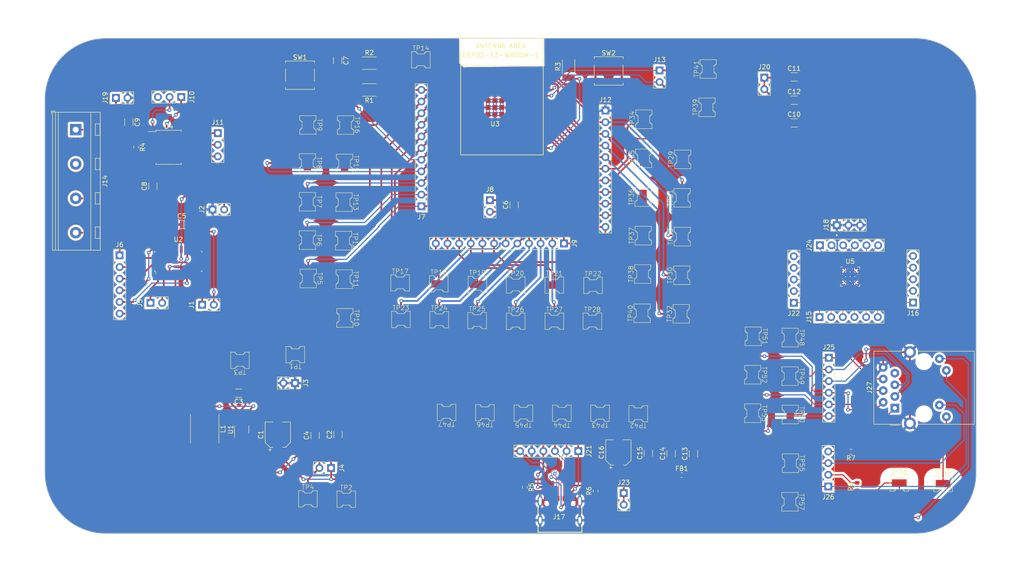
<source format=kicad_pcb>
(kicad_pcb (version 20221018) (generator pcbnew)
  (layers (0 "F.Cu" signal) (31 "B.Cu" signal) (34 "B.Paste" user) (35 "F.Paste" user) (36 "B.SilkS" user "B.Silkscreen") (37 "F.SilkS" user "F.Silkscreen") (38 "B.Mask" user) (39 "F.Mask" user) (44 "Edge.Cuts" user))
  (net 0 "")
  (net 1 "GND")
  (net 2 "Net-(J10-Pin_2)")
  (net 3 "Net-(J10-Pin_1)")
  (net 4 "Net-(J22-Pin_1)")
  (net 5 "+3.3V")
  (net 6 "Net-(J2-Pin_2)")
  (net 7 "Net-(J6-Pin_1)")
  (net 8 "Net-(J6-Pin_2)")
  (net 9 "Net-(J8-Pin_2)")
  (net 10 "Net-(J8-Pin_1)")
  (net 11 "Net-(J11-Pin_1)")
  (net 12 "Net-(J11-Pin_2)")
  (net 13 "Net-(J12-Pin_2)")
  (net 14 "Net-(J12-Pin_3)")
  (net 15 "Net-(J14-Pin_3)")
  (net 16 "Net-(J14-Pin_1)")
  (net 17 "Net-(J16-Pin_1)")
  (net 18 "Net-(J23-Pin_1)")
  (net 19 "Net-(J24-Pin_1)")
  (net 20 "Net-(J7-Pin_1)")
  (net 21 "Net-(J7-Pin_2)")
  (net 22 "Net-(J12-Pin_4)")
  (net 23 "Net-(J12-Pin_5)")
  (net 24 "Net-(J12-Pin_6)")
  (net 25 "Net-(J12-Pin_7)")
  (net 26 "Net-(J12-Pin_8)")
  (net 27 "Net-(J12-Pin_9)")
  (net 28 "Net-(J12-Pin_10)")
  (net 29 "Net-(J12-Pin_11)")
  (net 30 "Net-(J13-Pin_1)")
  (net 31 "Net-(J13-Pin_2)")
  (net 32 "Net-(J16-Pin_2)")
  (net 33 "Net-(J26-Pin_4)")
  (net 34 "Net-(J26-Pin_3)")
  (net 35 "Net-(J26-Pin_2)")
  (net 36 "Net-(J26-Pin_1)")
  (net 37 "Net-(J21-Pin_1)")
  (net 38 "Net-(J15-Pin_2)")
  (net 39 "Net-(J15-Pin_3)")
  (net 40 "Net-(J15-Pin_4)")
  (net 41 "Net-(J15-Pin_5)")
  (net 42 "Net-(J15-Pin_6)")
  (net 43 "Net-(J4-Pin_1)")
  (net 44 "Net-(U1-SW)")
  (net 45 "Net-(U1-BST)")
  (net 46 "Net-(J4-Pin_2)")
  (net 47 "Net-(U2-3V3OUT)")
  (net 48 "Net-(C7-Pad2)")
  (net 49 "Net-(J14-Pin_4)")
  (net 50 "Net-(J19-Pin_1)")
  (net 51 "Net-(J20-Pin_1)")
  (net 52 "Net-(C13-Pad1)")
  (net 53 "Net-(J1-Pin_1)")
  (net 54 "Net-(J1-Pin_2)")
  (net 55 "Net-(J5-Pin_1)")
  (net 56 "Net-(J5-Pin_2)")
  (net 57 "Net-(J6-Pin_3)")
  (net 58 "Net-(J6-Pin_4)")
  (net 59 "Net-(J6-Pin_5)")
  (net 60 "Net-(J6-Pin_6)")
  (net 61 "Net-(J7-Pin_3)")
  (net 62 "Net-(J7-Pin_4)")
  (net 63 "Net-(J7-Pin_5)")
  (net 64 "Net-(J7-Pin_6)")
  (net 65 "Net-(J7-Pin_7)")
  (net 66 "Net-(J7-Pin_8)")
  (net 67 "Net-(J7-Pin_9)")
  (net 68 "Net-(J7-Pin_10)")
  (net 69 "Net-(J7-Pin_11)")
  (net 70 "Net-(J9-Pin_1)")
  (net 71 "Net-(J9-Pin_2)")
  (net 72 "Net-(J9-Pin_3)")
  (net 73 "Net-(J9-Pin_4)")
  (net 74 "Net-(J9-Pin_5)")
  (net 75 "Net-(J9-Pin_6)")
  (net 76 "Net-(J9-Pin_7)")
  (net 77 "Net-(J9-Pin_8)")
  (net 78 "Net-(J9-Pin_9)")
  (net 79 "Net-(J9-Pin_10)")
  (net 80 "Net-(J9-Pin_11)")
  (net 81 "Net-(J9-Pin_12)")
  (net 83 "Net-(J11-Pin_3)")
  (net 85 "Net-(J15-Pin_1)")
  (net 86 "Net-(J16-Pin_3)")
  (net 87 "Net-(J16-Pin_4)")
  (net 88 "Net-(J16-Pin_5)")
  (net 89 "Net-(J17-CC1)")
  (net 90 "Net-(J17-DP1)")
  (net 91 "Net-(J17-DN1)")
  (net 92 "Net-(J17-SBU1)")
  (net 93 "Net-(J17-CC2)")
  (net 94 "Net-(J17-SBU2)")
  (net 95 "Net-(J22-Pin_2)")
  (net 96 "Net-(J22-Pin_3)")
  (net 97 "Net-(J22-Pin_4)")
  (net 98 "Net-(J22-Pin_5)")
  (net 99 "Net-(J24-Pin_2)")
  (net 100 "Net-(J24-Pin_3)")
  (net 101 "Net-(J24-Pin_4)")
  (net 102 "Net-(J24-Pin_5)")
  (net 103 "Net-(J24-Pin_6)")
  (net 104 "Net-(J25-Pin_1)")
  (net 105 "Net-(J25-Pin_2)")
  (net 106 "Net-(J25-Pin_3)")
  (net 107 "Net-(J25-Pin_4)")
  (net 108 "Net-(J25-Pin_5)")
  (net 109 "Net-(J25-Pin_6)")
  (net 111 "Net-(J27-LEDG_A)")
  (net 112 "Net-(J27-LEDY_A)")
  (net 113 "Net-(U3-EN)")
  (net 114 "Net-(U3-3.3)")
  (net 115 "Net-(U3-IO0)")
  (net 116 "Net-(R3-Pad2)")
  (net 117 "Net-(U4-BIAS)")
  (net 118 "Net-(U4-ISENSOR)")
  (footprint "Resistor_SMD:R_2010_5025Metric_Pad1.40x2.65mm_HandSolder" (layer "F.Cu") (at 123.56 23.56 180)
    (fp_text reference "R1")
    (fp_text value "0R")
  )
  (footprint "Connector_PinHeader_2.54mm:PinHeader_1x06_P2.54mm_Vertical" (layer "F.Cu") (at 169.14 102.41 -90)
    (fp_text reference "J21")
    (fp_text value "Conn_01x06_Socket")
  )
  (footprint "David-Footprints:KOA_RCWCTE_TEST_POINT" (layer "F.Cu") (at 172.36 66.25)
    (fp_text reference "TP22")
    (fp_text value "TestPoint")
  )
  (footprint "Connector_PinHeader_2.54mm:PinHeader_1x02_P2.54mm_Vertical" (layer "F.Cu") (at 68.29 25.29 90)
    (fp_text reference "J19")
    (fp_text value "Conn_01x02_Socket")
  )
  (footprint "David-Footprints:KOA_RCWCTE_TEST_POINT" (layer "F.Cu") (at 191.79 47.12 90)
    (fp_text reference "TP31")
    (fp_text value "TestPoint")
  )
  (footprint "Capacitor_SMD:C_1206_3216Metric" (layer "F.Cu") (at 116.65 17.155 -90)
    (fp_text reference "C7")
    (fp_text value "1uF")
  )
  (footprint "Resistor_SMD:R_0603_1608Metric" (layer "F.Cu") (at 157.49 110.295 -90)
    (fp_text reference "R5")
    (fp_text value "5.1K")
  )
  (footprint "David-Footprints:KOA_RCWCTE_TEST_POINT" (layer "F.Cu") (at 207.18 85.74 -90)
    (fp_text reference "TP52")
    (fp_text value "TestPoint")
  )
  (footprint "David-Footprints:KOA_RCWCTE_TEST_POINT" (layer "F.Cu") (at 183.18 63.75 90)
    (fp_text reference "TP38")
    (fp_text value "TestPoint")
  )
  (footprint "David-Footprints:KOA_RCWCTE_TEST_POINT" (layer "F.Cu") (at 118.08 64.87 -90)
    (fp_text reference "TP11")
    (fp_text value "TestPoint")
  )
  (footprint "Connector_PinHeader_2.54mm:PinHeader_1x02_P2.54mm_Vertical" (layer "F.Cu") (at 186.87 19.3)
    (fp_text reference "J13")
    (fp_text value "Conn_01x02_Socket")
  )
  (footprint "Capacitor_SMD:C_1206_3216Metric" (layer "F.Cu") (at 155.15 48.65 90)
    (fp_text reference "C6")
    (fp_text value "100nF")
  )
  (footprint "David-Footprints:KOA_RCWCTE_TEST_POINT" (layer "F.Cu") (at 165.55 94.14 180)
    (fp_text reference "TP44")
    (fp_text value "TestPoint")
  )
  (footprint "Resistor_SMD:R_0603_1608Metric" (layer "F.Cu") (at 172.93 111.105 90)
    (fp_text reference "R6")
    (fp_text value "5.1K")
  )
  (footprint "Connector_PinHeader_2.54mm:PinHeader_1x03_P2.54mm_Vertical" (layer "F.Cu") (at 90.51 32.99)
    (fp_text reference "J11")
    (fp_text value "Conn_01x03_Socket")
  )
  (footprint "David-Footprints:KOA_RCWCTE_TEST_POINT" (layer "F.Cu") (at 207.18 94.14 -90)
    (fp_text reference "TP53")
    (fp_text value "TestPoint")
  )
  (footprint "David-Footprints:VQFN-24-1EP_4x4mm_P0.5mm_EP2.5x2.5mm_ThermalVias" (layer "F.Cu") (at 228.4366 64.316)
    (fp_text reference "U5")
    (fp_text value "LAN8720A")
  )
  (footprint "David-Footprints:KOA_RCWCTE_TEST_POINT" (layer "F.Cu") (at 118.53 112.91)
    (fp_text reference "TP2")
    (fp_text value "TestPoint")
  )
  (footprint "David-Footprints:KOA_RCWCTE_TEST_POINT" (layer "F.Cu") (at 130.45 73.67)
    (fp_text reference "TP23")
    (fp_text value "TestPoint")
  )
  (footprint "Connector_PinHeader_2.54mm:PinHeader_1x11_P2.54mm_Vertical" (layer "F.Cu") (at 134.92 48.96 180)
    (fp_text reference "J7")
    (fp_text value "Conn_01x11_Socket")
  )
  (footprint "Connector_PinHeader_2.54mm:PinHeader_1x06_P2.54mm_Vertical" (layer "F.Cu") (at 69.1 59.69)
    (fp_text reference "J6")
    (fp_text value "Conn_01x06_Socket")
  )
  (footprint "David-Footprints:KOA_RCWCTE_TEST_POINT" (layer "F.Cu") (at 183.39 38.5 90)
    (fp_text reference "TP35")
    (fp_text value "TestPoint")
  )
  (footprint "David-Footprints:KOA_RCWCTE_TEST_POINT" (layer "F.Cu") (at 118.17 39.61 -90)
    (fp_text reference "TP15")
    (fp_text value "TestPoint")
  )
  (footprint "David-Footprints:KOA_RCWCTE_TEST_POINT" (layer "F.Cu") (at 182.22 94.25 180)
    (fp_text reference "TP42")
    (fp_text value "TestPoint")
  )
  (footprint "Capacitor_SMD:C_1206_3216Metric" (layer "F.Cu") (at 95.065 89.76 180)
    (fp_text reference "C3")
    (fp_text value "100nF")
  )
  (footprint "Resistor_SMD:R_2010_5025Metric_Pad1.40x2.65mm_HandSolder" (layer "F.Cu") (at 167.01 18.48 90)
    (fp_text reference "R3")
    (fp_text value "0R")
  )
  (footprint "David-Footprints:KOA_RCWCTE_TEST_POINT" (layer "F.Cu") (at 130.29 65.69)
    (fp_text reference "TP17")
    (fp_text value "TestPoint")
  )
  (footprint "David-Footprints:KOA_RCWCTE_TEST_POINT" (layer "F.Cu") (at 148.78 94.03 180)
    (fp_text reference "TP46")
    (fp_text value "TestPoint")
  )
  (footprint "Connector_RJ:RJ45_Amphenol_RJMG1BD3B8K1ANR" (layer "F.Cu") (at 238.18 93.02 90)
    (fp_text reference "J27")
    (fp_text value "RJ45_Amphenol_RJMG1BD3B8K1ANR")
  )
  (footprint "David-Footprints:KOA_RCWCTE_TEST_POINT" (layer "F.Cu") (at 183.44 29.97 90)
    (fp_text reference "TP34")
    (fp_text value "TestPoint")
  )
  (footprint "David-Footprints:KOA_RCWCTE_TEST_POINT" (layer "F.Cu") (at 197.46 18.99 90)
    (fp_text reference "TP41")
    (fp_text value "TestPoint")
  )
  (footprint "David-Footprints:KOA_RCWCTE_TEST_POINT" (layer "F.Cu") (at 110.06 39.52 -90)
    (fp_text reference "TP8")
    (fp_text value "TestPoint")
  )
  (footprint "Capacitor_SMD:C_1206_3216Metric" (layer "F.Cu") (at 116.74 98.815 90)
    (fp_text reference "C2")
    (fp_text value "22uF")
  )
  (footprint "Capacitor_SMD:C_1206_3216Metric" (layer "F.Cu") (at 111.73 98.99 90)
    (fp_text reference "C4")
    (fp_text value "22uF")
  )
  (footprint "David-Footprints:KOA_RCWCTE_TEST_POINT" (layer "F.Cu") (at 107.41 81.35 180)
    (fp_text reference "TP1")
    (fp_text value "TestPoint")
  )
  (footprint "David-Footprints:KOA_RCWCTE_TEST_POINT" (layer "F.Cu") (at 157.16 94.12 180)
    (fp_text reference "TP45")
    (fp_text value "TestPoint")
  )
  (footprint "Button_Switch_SMD:SW_SPST_EVPBF" (layer "F.Cu") (at 175.76 19.42)
    (fp_text reference "SW2")
    (fp_text value "SW_BOOT")
  )
  (footprint "David-Footprints:KOA_RCWCTE_TEST_POINT" (layer "F.Cu") (at 191.82 55.59 90)
    (fp_text reference "TP33")
    (fp_text value "TestPoint")
  )
  (footprint "David-Footprints:KOA_RCWCTE_TEST_POINT" (layer "F.Cu") (at 215.31 113.47 -90)
    (fp_text reference "TP57")
    (fp_text value "TestPoint")
  )
  (footprint "David-Footprints:KOA_RCWCTE_TEST_POINT" (layer "F.Cu") (at 147.08 73.9)
    (fp_text reference "TP25")
    (fp_text value "TestPoint")
  )
  (footprint "David-Footprints:ESP32-S3-wrooom" (layer "F.Cu") (at 143.49 37.74)
    (fp_text reference "U3")
    (fp_text value "ESP32-S3-WROOM-1")
  )
  (footprint "Capacitor_SMD:C_1206_3216Metric" (layer "F.Cu") (at 76.35 44.585 90)
    (fp_text reference "C8")
    (fp_text value "100nF")
  )
  (footprint "Capacitor_SMD:CP_Elec_5x5.3" (layer "F.Cu") (at 103.6 98.82 90)
    (fp_text reference "C1")
    (fp_text value "47uF")
  )
  (footprint "David-Footprints:KOA_RCWCTE_TEST_POINT" (layer "F.Cu") (at 197.22 27.35 90)
    (fp_text reference "TP39")
    (fp_text value "TestPoint")
  )
  (footprint "David-Footprints:KOA_RCWCTE_TEST_POINT" (layer "F.Cu") (at 215.35 77.62 -90)
    (fp_text reference "TP48")
    (fp_text value "TestPoint")
  )
  (footprint "TerminalBlock_RND:TerminalBlock_RND_205-00069_1x04_P7.50mm_Horizontal" (layer "F.Cu") (at 59.52 32.23 -90)
    (fp_text reference "J14")
    (fp_text value "Screw_Terminal_01x04")
  )
  (footprint "Connector_PinHeader_2.54mm:PinHeader_1x02_P2.54mm_Vertical" (layer "F.Cu") (at 209.71 20.88)
    (fp_text reference "J20")
    (fp_text value "Conn_01x02_Socket")
  )
  (footprint "Connector_PinHeader_2.54mm:PinHeader_1x11_P2.54mm_Vertical" (layer "F.Cu") (at 175.05 28.07)
    (fp_text reference "J12")
    (fp_text value "Conn_01x11_Socket")
  )
  (footprint "David-Footprints:KOA_RCWCTE_TEST_POINT" (layer "F.Cu") (at 163.9 66.16)
    (fp_text reference "TP21")
    (fp_text value "TestPoint")
  )
  (footprint "David-Footprints:KOA_RCWCTE_TEST_POINT" (layer "F.Cu") (at 163.91 74.04)
    (fp_text reference "TP27")
    (fp_text value "TestPoint")
  )
  (footprint "David-Footprints:KOA_RCWCTE_TEST_POINT" (layer "F.Cu") (at 191.58 72.43 90)
    (fp_text reference "TP32")
    (fp_text value "TestPoint")
  )
  (footprint "David-Footprints:KOA_RCWCTE_TEST_POINT" (layer "F.Cu") (at 95.35 82.6 180)
    (fp_text reference "TP3")
    (fp_text value "TestPoint")
  )
  (footprint "David-Footprints:KOA_RCWCTE_TEST_POINT" (layer "F.Cu") (at 110.17 112.82)
    (fp_text reference "TP4")
    (fp_text value "TestPoint")
  )
  (footprint "Resistor_SMD:R_0603_1608Metric" (layer "F.Cu") (at 229.98 110.165 90)
    (fp_text reference "R8")
    (fp_text value "1K5")
  )
  (footprint "David-Footprints:KOA_RCWCTE_TEST_POINT" (layer "F.Cu") (at 183.27 46.95 90)
    (fp_text reference "TP36")
    (fp_text value "TestPoint")
  )
  (footprint "David-Footprints:KOA_RCWCTE_TEST_POINT" (layer "F.Cu") (at 239.15 109.38)
    (fp_text reference "TP56")
    (fp_text value "TestPoint")
  )
  (footprint "David-Footprints:KOA_RCWCTE_TEST_POINT" (layer "F.Cu") (at 110.16 31.2 -90)
    (fp_text reference "TP9")
    (fp_text value "TestPoint")
  )
  (footprint "David-Footprints:KOA_RCWCTE_TEST_POINT" (layer "F.Cu") (at 215.37 94.41 -90)
    (fp_text reference "TP50")
    (fp_text value "TestPoint")
  )
  (footprint "Capacitor_SMD:C_1206_3216Metric" (layer "F.Cu") (at 216.215 30.76)
    (fp_text reference "C10")
    (fp_text value "10nF")
  )
  (footprint "Connector_PinHeader_2.54mm:PinHeader_1x03_P2.54mm_Vertical" (layer "F.Cu") (at 82.54 25.11 -90)
    (fp_text reference "J10")
    (fp_text value "Conn_01x03_Socket")
  )
  (footprint "Connector_PinHeader_2.54mm:PinHeader_1x03_P2.54mm_Vertical" (layer "F.Cu") (at 225.5266 53.086 90)
    (fp_text reference "J18")
    (fp_text value "Conn_01x03_Socket")
  )
  (footprint "Capacitor_SMD:C_1206_3216Metric" (layer "F.Cu") (at 216.215 20.73)
    (fp_text reference "C11")
    (fp_text value "22nF")
  )
  (footprint "Connector_PinHeader_2.54mm:PinHeader_1x05_P2.54mm_Vertical" (layer "F.Cu") (at 216.144 70.0244 180)
    (fp_text reference "J22")
    (fp_text value "Conn_01x05_Socket")
  )
  (footprint "David-Footprints:KOA_RCWCTE_TEST_POINT" (layer "F.Cu") (at 248.7 109.5)
    (fp_text reference "TP54")
    (fp_text value "TestPoint")
  )
  (footprint "Resistor_SMD:R_2010_5025Metric_Pad1.40x2.65mm_HandSolder" (layer "F.Cu") (at 123.56 17.72)
    (fp_text reference "R2")
    (fp_text value "0R")
  )
  (footprint "David-Footprints:KOA_RCWCTE_TEST_POINT" (layer "F.Cu") (at 191.91 38.72 90)
    (fp_text reference "TP29")
    (fp_text value "TestPoint")
  )
  (footprint "David-Footprints:KOA_RCWCTE_TEST_POINT" (layer "F.Cu") (at 155.49 74.07)
    (fp_text reference "TP26")
    (fp_text value "TestPoint")
  )
  (footprint "David-Footprints:KOA_RCWCTE_TEST_POINT" (layer "F.Cu") (at 191.7 64.02 90)
    (fp_text reference "TP30")
    (fp_text value "TestPoint")
  )
  (footprint "David-Footprints:KOA_RCWCTE_TEST_POINT" (layer "F.Cu") (at 110.23 64.73 -90)
    (fp_text reference "TP5")
    (fp_text value "TestPoint")
  )
  (footprint "David-Footprints:KOA_RCWCTE_TEST_POINT" (layer "F.Cu") (at 207.29 77.35 -90)
    (fp_text reference "TP51")
    (fp_text value "TestPoint")
  )
  (footprint "Connector_PinHeader_2.54mm:PinHeader_1x05_P2.54mm_Vertical" (layer "F.Cu") (at 242.1536 69.9736 180)
    (fp_text reference "J16")
    (fp_text value "Conn_01x05_Socket")
  )
  (footprint "Connector_PinHeader_2.54mm:PinHeader_1x06_P2.54mm_Vertical" (layer "F.Cu") (at 223.78 82.05)
    (fp_text reference "J25")
    (fp_text value "Conn_01x06_Socket")
  )
  (footprint "David-Footprints:KOA_RCWCTE_TEST_POINT" (layer "F.Cu") (at 147.13 66.02)
    (fp_text reference "TP19")
    (fp_text value "TestPoint")
  )
  (footprint "Button_Switch_SMD:SW_SPST_EVPBF" (layer "F.Cu") (at 108.44 20.34)
    (fp_text reference "SW1")
    (fp_text value "SW_RST")
  )
  (footprint "Connector_PinHeader_2.54mm:PinHeader_1x02_P2.54mm_Vertical" (layer "F.Cu") (at 149.85 47.62)
    (fp_text reference "J8")
    (fp_text value "Conn_01x02_Socket")
  )
  (footprint "Connector_PinHeader_2.54mm:PinHeader_1x12_P2.54mm_Vertical" (layer "F.Cu") (at 166.01 57.08 -90)
    (fp_text reference "J9")
    (fp_text value "Conn_01x12_Socket")
  )
  (footprint "Capacitor_SMD:C_1206_3216Metric" (layer "F.Cu") (at 184.42 102.845 90)
    (fp_text reference "C15")
    (fp_text value "22uF")
  )
  (footprint "Connector_PinHeader_2.54mm:PinHeader_1x02_P2.54mm_Vertical" (layer "F.Cu") (at 87.095 70.47 90)
    (fp_text reference "J1")
    (fp_text value "Conn_01x02_Socket")
  )
  (footprint "Package_TO_SOT_SMD:TSOT-23-6" (layer "F.Cu") (at 95.72 97.7025 90)
    (fp_text reference "U1")
    (fp_text value "AP63203WU")
  )
  (footprint "Resistor_SMD:R_0603_1608Metric" (layer "F.Cu") (at 72.71 36.045 -90)
    (fp_text reference "R4")
    (fp_text value "430R")
  )
  (footprint "Connector_PinHeader_2.54mm:PinHeader_1x04_P2.54mm_Vertical" (layer "F.Cu") (at 223.66 110.12 180)
    (fp_text reference "J26")
    (fp_text value "Conn_01x04_Socket")
  )
  (footprint "David-Footprints:KOA_RCWCTE_TEST_POINT" (layer "F.Cu") (at 138.81 73.73)
    (fp_text reference "TP24")
    (fp_text value "TestPoint")
  )
  (footprint "David-Footprints:KOA_RCWCTE_TEST_POINT" (layer "F.Cu") (at 155.49 66.14)
    (fp_text reference "TP20")
    (fp_text value "TestPoint")
  )
  (footprint "David-Footprints:KOA_RCWCTE_TEST_POINT" (layer "F.Cu") (at 183.3 55.37 90)
    (fp_text reference "TP37")
    (fp_text value "TestPoint")
  )
  (footprint "Capacitor_SMD:C_1206_3216Metric" (layer "F.Cu") (at 216.215 25.8)
    (fp_text reference "C12")
    (fp_text value "100nF")
  )
  (footprint "Capacitor_SMD:C_1206_3216Metric" (layer "F.Cu") (at 71.11 30.615 -90)
    (fp_text reference "C9")
    (fp_text value "1uF")
  )
  (footprint "Capacitor_SMD:C_1206_3216Metric" (layer "F.Cu") (at 82.645 52.94)
    (fp_text reference "C5")
    (fp_text value "100nF")
  )
  (footprint "David-Footprints:KOA_RCWCTE_TEST_POINT" (layer "F.Cu") (at 173.89 94.15 180)
    (fp_text reference "TP43")
    (fp_text value "TestPoint")
  )
  (footprint "David-Footprints:KOA_RCWCTE_TEST_POINT" (layer "F.Cu") (at 110.06 56.34 -90)
    (fp_text reference "TP6")
    (fp_text value "TestPoint")
  )
  (footprint "David-Footprints:KOA_RCWCTE_TEST_POINT" (layer "F.Cu") (at 118.37 31.23 -90)
    (fp_text reference "TP16")
    (fp_text value "TestPoint")
  )
  (footprint "David-Footprints:KOA_RCWCTE_TEST_POINT" (layer "F.Cu") (at 215.41 105.05 -90)
    (fp_text reference "TP55")
    (fp_text value "TestPoint")
  )
  (footprint "David-Footprints:KOA_RCWCTE_TEST_POINT" (layer "F.Cu") (at 172.21 74.03)
    (fp_text reference "TP28")
    (fp_text value "TestPoint")
  )
  (footprint "Connector_PinHeader_2.54mm:PinHeader_1x06_P2.54mm_Vertical" (layer "F.Cu") (at 221.7574 73.1486 90)
    (fp_text reference "J15")
    (fp_text value "Conn_01x06_Socket")
  )
  (footprint "Package_SO:SSOP-20_5.3x7.2mm_P0.65mm" (layer "F.Cu") (at 79.785 36.09)
    (fp_text reference "U4")
    (fp_text value "MAX31865xAP")
  )
  (footprint "Connector_PinHeader_2.54mm:PinHeader_1x02_P2.54mm_Vertical" (layer "F.Cu") (at 107.37 87.56 -90)
    (fp_text reference "J3")
    (fp_text value "Conn_01x02_Socket")
  )
  (footprint "Connector_PinHeader_2.54mm:PinHeader_1x02_P2.54mm_Vertical" (layer "F.Cu") (at 115.22 106.09 -90)
    (fp_text reference "J4")
    (fp_text value "Conn_01x02_Socket")
  )
  (footprint "Inductor_SMD:L_Taiyo-Yuden_NR-60xx" (layer "F.Cu") (at 87.66 97.56 -90)
    (fp_text reference "L1")
    (fp_text value "10uH")
  )
  (footprint "Connector_PinHeader_2.54mm:PinHeader_1x06_P2.54mm_Vertical" (layer "F.Cu") (at 221.8336 57.4768 90)
    (fp_text reference "J24")
    (fp_text value "Conn_01x06_Socket")
  )
  (footprint "David-Footprints:GCT_USB4105-GF-A" (layer "F.Cu") (at 165.14 117.51)
    (fp_text reference "J17")
    (fp_text value "USB4105-GF-A")
  )
  (footprint "Capacitor_SMD:C_1206_3216Metric" (layer "F.Cu") (at 189.39 102.945 90)
    (fp_text reference "C14")
    (fp_text value "1uF")
  )
  (footprint "Connector_PinHeader_2.54mm:PinHeader_1x02_P2.54mm_Vertical" (layer "F.Cu") (at 89.37 49.67 90)
    (fp_text reference "J2")
    (fp_text value "Conn_01x02_Socket" hide)
  )
  (footprint "David-Footprints:KOA_RCWCTE_TEST_POINT" (layer "F.Cu") (at 117.95 56.47 -90)
    (fp_text reference "TP12")
    (fp_text value "TestPoint")
  )
  (footprint "Inductor_SMD:L_0603_1608Metric" (layer "F.Cu") (at 191.7025 107.64)
    (fp_text reference "FB1")
    (fp_text value "FerriteBead_Small")
  )
  (footprint "Capacitor_SMD:CP_Elec_5x5.3" (layer "F.Cu") (at 177.89 102.7 90)
    (fp_text reference "C16")
    (fp_text value "47uF")
  )
  (footprint "David-Footprints:KOA_RCWCTE_TEST_POINT" (layer "F.Cu") (at 183.06 72.32 90)
    (fp_text reference "TP40")
    (fp_text value "TestPoint")
  )
  (footprint "David-Footprints:KOA_RCWCTE_TEST_POINT" (layer "F.Cu") (at 118.23 73.33 -90)
    (fp_text reference "TP10")
    (fp_text value "TestPoint")
  )
  (footprint "David-Footprints:KOA_RCWCTE_TEST_POINT" (layer "F.Cu") (at 110.06 47.96 -90)
    (fp_text reference "TP7")
    (fp_text value "TestPoint")
  )
  (footprint "Connector_PinHeader_2.54mm:PinHeader_1x02_P2.54mm_Vertical" (layer "F.Cu") (at 179.05 111.58)
    (fp_text reference "J23")
    (fp_text value "Conn_01x02_Socket")
  )
  (footprint "Connector_PinHeader_2.54mm:PinHeader_1x02_P2.54mm_Vertical" (layer "F.Cu") (at 75.84 70.05 90)
    (fp_text reference "J5")
    (fp_text value "Conn_01x02_Socket")
  )
  (footprint "Capacitor_SMD:C_1206_3216Metric" (layer "F.Cu") (at 194.25 102.985 90)
    (fp_text reference "C13")
    (fp_text value "100nF")
  )
  (footprint "David-Footprints:KOA_RCWCTE_TEST_POINT" (layer "F.Cu") (at 134.8 16.99)
    (fp_text reference "TP14")
    (fp_text value "TestPoint")
  )
  (footprint "David-Footprints:KOA_RCWCTE_TEST_POINT" (layer "F.Cu") (at 138.7 65.9)
    (fp_text reference "TP18")
    (fp_text value "TestPoint")
  )
  (footprint "DigiKey Footprints:SOIC-16_W3.90mm" (layer "F.Cu") (at 81.905 61.02)
    (fp_text reference "U2")
    (fp_text value "FT230XS-R")
  )
  (footprint "David-Footprints:KOA_RCWCTE_TEST_POINT" (layer "F.Cu") (at 140.41 93.95 180)
    (fp_text reference "TP47")
    (fp_text value "TestPoint")
  )
  (footprint "David-Footprints:KOA_RCWCTE_TEST_POINT" (layer "F.Cu") (at 215.32 86.04 -90)
    (fp_text reference "TP49")
    (fp_text value "TestPoint")
  )
  (footprint "David-Footprints:KOA_RCWCTE_TEST_POINT" (layer "F.Cu") (at 118.06 48.05 -90)
    (fp_text reference "TP13")
    (fp_text value "TestPoint")
  )
  (footprint "Resistor_SMD:R_0603_1608Metric" (layer "F.Cu") (at 228.595 102.52 180)
    (fp_text reference "R7")
    (fp_text value "1K5")
  )
  (gr_line (start 255.94 25.59) (end 255.94 107.110659) (stroke (width 0.1)) (layer "Edge.Cuts"))
  (gr_line (start 66.09 12.300659) (end 242.650659 12.300659) (stroke (width 0.1)) (layer "Edge.Cuts"))
  (gr_line (start 66.09 120.4) (end 242.650659 120.4) (stroke (width 0.1)) (layer "Edge.Cuts"))
  (gr_arc (start 255.94 107.110659) (mid 252.047642 116.507642) (end 242.650659 120.4) (stroke (width 0.1)) (layer "Edge.Cuts"))
  (gr_arc (start 242.650659 12.300659) (mid 252.047642 16.193017) (end 255.94 25.59) (stroke (width 0.1)) (layer "Edge.Cuts"))
  (gr_arc (start 66.09 120.4) (mid 56.693017 116.507642) (end 52.800659 107.110659) (stroke (width 0.1)) (layer "Edge.Cuts"))
  (gr_line (start 52.800659 25.59) (end 52.800659 107.110659) (stroke (width 0.1)) (layer "Edge.Cuts"))
  (gr_arc (start 52.800659 25.59) (mid 56.693017 16.193017) (end 66.09 12.300659) (stroke (width 0.1)) (layer "Edge.Cuts"))
  (segment (start 83.285 33.815) (end 83.285 34.465) (width 0.381) (layer "F.Cu") (net 1))
  (segment (start 81.17 51.36) (end 81.17 51.11) (width 0.381) (layer "F.Cu") (net 1))
  (segment (start 241.47 84.18) (end 242.18 84.89) (width 0.381) (layer "F.Cu") (net 1))
  (segment (start 225.5266 53.086) (end 225.5266 55.2824) (width 0.381) (layer "F.Cu") (net 1))
  (segment (start 86.13 41.49) (end 86.2198 41.5798) (width 0.381) (layer "F.Cu") (net 1))
  (segment (start 217.71 30.78) (end 217.69 30.76) (width 0.381) (layer "F.Cu") (net 1))
  (segment (start 81.17 50.9) (end 81.17 49.67) (width 0.381) (layer "F.Cu") (net 1))
  (segment (start 181.2212 100.5) (end 182.0912 101.37) (width 0.381) (layer "F.Cu") (net 1))
  (segment (start 225.5266 50.0434) (end 228.22 47.35) (width 0.381) (layer "F.Cu") (net 1))
  (segment (start 81.17 51.36) (end 81.17 52.94) (width 0.381) (layer "F.Cu") (net 1))
  (segment (start 81.11 32.94) (end 81.985 33.815) (width 0.381) (layer "F.Cu") (net 1))
  (segment (start 172.88 21.42) (end 172.88 24.18) (width 0.381) (layer "F.Cu") (net 1))
  (segment (start 114.3381 92.1131) (end 119.1768 87.2744) (width 0.381) (layer "F.Cu") (net 1))
  (segment (start 143.74 19.74) (end 143.74 18.71) (width 0.381) (layer "F.Cu") (net 1))
  (segment (start 161.94 112.755) (end 161.94 111.49) (width 0.381) (layer "F.Cu") (net 1))
  (segment (start 168.736 113.7412) (end 168.736 113.151) (width 0.381) (layer "F.Cu") (net 1))
  (segment (start 148.78 89.853) (end 148.78 94.03) (width 0.381) (layer "F.Cu") (net 1))
  (segment (start 81.17 46.59) (end 86.13 41.63) (width 0.381) (layer "F.Cu") (net 1))
  (segment (start 148.844 89.789) (end 148.78 89.853) (width 0.381) (layer "F.Cu") (net 1))
  (segment (start 156.85 111.12) (end 155.85 110.12) (width 0.381) (layer "F.Cu") (net 1))
  (segment (start 161.94 111.49) (end 161.56 111.11) (width 0.381) (layer "F.Cu") (net 1))
  (segment (start 159.57 117.51) (end 160.82 117.51) (width 0.381) (layer "F.Cu") (net 1))
  (segment (start 149.45 23.64) (end 145.55 19.74) (width 0.381) (layer "F.Cu") (net 1))
  (segment (start 71.11 29.14) (end 79.45 29.14) (width 0.381) (layer "F.Cu") (net 1))
  (segment (start 81.27 53.04) (end 81.27 58.32) (width 0.381) (layer "F.Cu") (net 1))
  (segment (start 103.57 96.59) (end 103.6 96.62) (width 0.381) (layer "F.Cu") (net 1))
  (segment (start 175.05 28.07) (end 175.05 26.3466) (width 0.381) (layer "F.Cu") (net 1))
  (segment (start 152.45 25.41) (end 158.13 19.73) (width 0.381) (layer "F.Cu") (net 1))
  (segment (start 105.56 18.34) (end 102.89 18.34) (width 0.381) (layer "F.Cu") (net 1))
  (segment (start 158.13 19.73) (end 158.14 19.74) (width 0.381) (layer "F.Cu") (net 1))
  (segment (start 91.8702 41.5798) (end 94.18 39.27) (width 0.381) (layer "F.Cu") (net 1))
  (segment (start 228.0666 53.086) (end 230.6066 53.086) (width 0.381) (layer "F.Cu") (net 1))
  (segment (start 169.0488 113.7412) (end 169.46 113.33) (width 0.381) (layer "F.Cu") (net 1))
  (segment (start 161.544 113.538) (end 161.028 113.538) (width 0.381) (layer "F.Cu") (net 1))
  (segment (start 171.7578 28.07) (end 175.05 28.07) (width 0.381) (layer "F.Cu") (net 1))
  (segment (start 221.9452 53.086) (end 217.71 48.8508) (width 0.381) (layer "F.Cu") (net 1))
  (segment (start 225.5266 55.2824) (end 225.5166 55.2924) (width 0.381) (layer "F.Cu") (net 1))
  (segment (start 172.39 113.33) (end 172.93 112.79) (width 0.381) (layer "F.Cu") (net 1))
  (segment (start 168.736 113.151) (end 168.34 112.755) (width 0.381) (layer "F.Cu") (net 1))
  (segment (start 175.1662 100.5) (end 177.89 100.5) (width 0.381) (layer "F.Cu") (net 1))
  (segment (start 88.18 27.36) (end 84.27 31.27) (width 0.381) (layer "F.Cu") (net 1))
  (segment (start 140.21 12.78) (end 117.73 12.78) (width 0.381) (layer "F.Cu") (net 1))
  (segment (start 116.74 97.34) (end 116.74 94.515) (width 0.381) (layer "F.Cu") (net 1))
  (segment (start 169.435 112.755) (end 168.34 112.755) (width 0.381) (layer "F.Cu") (net 1))
  (segment (start 84.27 31.27) (end 81.11 31.27) (width 0.381) (layer "F.Cu") (net 1))
  (segment (start 157.49 111.12) (end 157.49 112.06) (width 0.381) (layer "F.Cu") (net 1))
  (segment (start 158.98 105.12) (end 158.98 102.41) (width 0.381) (layer "F.Cu") (net 1))
  (segment (start 161.56 111.11) (end 157.5 111.11) (width 0.381) (layer "F.Cu") (net 1))
  (segment (start 161.544 113.151) (end 161.544 113.538) (width 0.381) (layer "F.Cu") (net 1))
  (segment (start 163.4278 19.74) (end 171.7578 28.07) (width 0.381) (layer "F.Cu") (net 1))
  (segment (start 168.736 114.2708) (end 168.736 113.7412) (width 0.381) (layer "F.Cu") (net 1))
  (segment (start 161.544 114.1476) (end 163.957 116.5606) (width 0.381) (layer "F.Cu") (net 1))
  (segment (start 111.32 17.15) (end 112.79 15.68) (width 0.381) (layer "F.Cu") (net 1))
  (segment (start 86.13 41.49) (end 86.13 38.6) (width 0.381) (layer "F.Cu") (net 1))
  (segment (start 237.13 80.8) (end 235.64 82.29) (width 0.381) (layer "F.Cu") (net 1))
  (segment (start 225.5266 53.086) (end 225.5266 50.0434) (width 0.381) (layer "F.Cu") (net 1))
  (segment (start 141.33 13.9) (end 140.21 12.78) (width 0.381) (layer "F.Cu") (net 1))
  (segment (start 169.47 112.79) (end 169.435 112.755) (width 0.381) (layer "F.Cu") (net 1))
  (segment (start 104.83 87.56) (end 104.83 91.45) (width 0.381) (layer "F.Cu") (net 1))
  (segment (start 161.24 19.74) (end 163.4278 19.74) (width 0.381) (layer "F.Cu") (net 1))
  (segment (start 93.61 74.39) (end 93.61 56.73) (width 0.381) (layer "F.Cu") (net 1))
  (segment (start 194.21 101.47) (end 194.25 101.51) (width 0.381) (layer "F.Cu") (net 1))
  (segment (start 91.04 27.36) (end 88.18 27.36) (width 0.381) (layer "F.Cu") (net 1))
  (segment (start 228.22 47.35) (end 239.97 47.35) (width 0.381) (layer "F.Cu") (net 1))
  (segment (start 161.544 113.538) (end 161.544 114.1476) (width 0.381) (layer "F.Cu") (net 1))
  (segment (start 159.17 113.33) (end 160.82 113.33) (width 0.381) (layer "F.Cu") (net 1))
  (segment (start 156.91 105.74) (end 158.36 105.74) (width 0.381) (layer "F.Cu") (net 1))
  (segment (start 145.55 19.74) (end 143.74 19.74) (width 0.381) (layer "F.Cu") (net 1))
  (segment (start 71.11 29.14) (end 71.11 27.58) (width 0.381) (layer "F.Cu") (net 1))
  (segment (start 117.73 12.78) (end 116.65 13.86) (width 0.381) (layer "F.Cu") (net 1))
  (segment (start 217.71 34.3) (end 217.71 30.78) (width 0.381) (layer "F.Cu") (net 1))
  (segment (start 105.64 96.21) (end 107.07 94.78) (width 0.381) (layer "F.Cu") (net 1))
  (segment (start 92.445 28.785) (end 91.04 27.38) (width 0.381) (layer "F.Cu") (net 1))
  (segment (start 159.17 113.33) (end 159.17 117.11) (width 0.381) (layer "F.Cu") (net 1))
  (segment (start 81.11 30.8) (end 81.11 31.27) (width 0.381) (layer "F.Cu") (net 1))
  (segment (start 177.89 100.5) (end 181.2212 100.5) (width 0.381) (layer "F.Cu") (net 1))
  (segment (start 155.83 106.82) (end 156.91 105.74) (width 0.381) (layer "F.Cu") (net 1))
  (segment (start 179.5 25.31) (end 187.73 25.31) (width 0.381) (layer "F.Cu") (net 1))
  (segment (start 86.2198 41.5798) (end 91.8702 41.5798) (width 0.381) (layer "F.Cu") (net 1))
  (segment (start 225.5266 53.086) (end 221.9452 53.086) (width 0.381) (layer "F.Cu") (net 1))
  (segment (start 158.98 100.433) (end 157.5816 99.0346) (width 0.381) (layer "F.Cu") (net 1))
  (segment (start 175.05 26.35) (end 175.05 28.07) (width 0.381) (layer "F.Cu") (net 1))
  (segment (start 143.74 18.71) (end 141.33 16.3) (width 0.381) (layer "F.Cu") (net 1))
  (segment (start 119.1768 87.2744) (end 146.3294 87.2744) (width 0.381) (layer "F.Cu") (net 1))
  (segment (start 102.89 18.34) (end 92.445 28.785) (width 0.381) (layer "F.Cu") (net 1))
  (segment (start 169.46 113.33) (end 169.46 112.8) (width 0.381) (layer "F.Cu") (net 1))
  (segment (start 82.54 71.08) (end 85.85 74.39) (width 0.381) (layer "F.Cu") (net 1))
  (segment (start 116.74 94.515) (end 114.3381 92.1131) (width 0.381) (layer "F.Cu") (net 1))
  (segment (start 107.41 81.35) (end 107.41 87.52) (width 0.381) (layer "F.Cu") (net 1))
  (segment (start 157.49 111.12) (end 156.85 111.12) (width 0.381) (layer "F.Cu") (net 1))
  (segment (start 85.245 37.715) (end 83.285 37.715) (width 0.381) (layer "F.Cu") (net 1))
  (segment (start 81.17 51.11) (end 81.17 50.9) (width 0.381) (layer "F.Cu") (net 1))
  (segment (start 189.29 101.37) (end 189.39 101.47) (width 0.381) (layer "F.Cu") (net 1))
  (segment (start 157.49 112.06) (end 158.76 113.33) (width 0.381) (layer "F.Cu") (net 1))
  (segment (start 89.37 49.67) (end 81.17 49.67) (width 0.381) (layer "F.Cu") (net 1))
  (segment (start 107.07 94.78) (end 110.49 94.78) (width 0.381) (layer "F.Cu") (net 1))
  (segment (start 81.11 31.27) (end 81.11 32.94) (width 0.381) (layer "F.Cu") (net 1))
  (segment (start 155.85 110.12) (end 155.85 106.84) (width 0.381) (layer "F.Cu") (net 1))
  (segment (start 225.5266 53.086) (end 228.0666 53.086) (width 0.381) (layer "F.Cu") (net 1))
  (segment (start 242.18 84.89) (end 242.18 90.39) (width 0.381) (layer "F.Cu") (net 1))
  (segment (start 187.73 25.31) (end 191.91 29.49) (width 0.381) (layer "F.Cu") (net 1))
  (segment (start 146.3294 87.2744) (end 148.844 89.789) (width 0.381) (layer "F.Cu") (net 1))
  (segment (start 105.56 18.34) (end 111.32 18.34) (width 0.381) (layer "F.Cu") (net 1))
  (segment (start 182.0912 101.37) (end 184.42 101.37) (width 0.381) (layer "F.Cu") (net 1))
  (segment (start 107.37 87.56) (end 104.83 87.56) (width 0.381) (layer "F.Cu") (net 1))
  (segment (start 178.64 22.7566) (end 178.64 21.42) (width 0.381) (layer "F.Cu") (net 1))
  (segment (start 94.18 30.52) (end 92.445 28.785) (width 0.381) (layer "F.Cu") (net 1))
  (segment (start 191.91 38.72) (end 195.93 38.72) (width 0.381) (layer "F.Cu") (net 1))
  (segment (start 158.76 113.33) (end 159.17 113.33) (width 0.381) (layer "F.Cu") (net 1))
  (segment (start 172.88 24.18) (end 175.05 26.35) (width 0.381) (layer "F.Cu") (net 1))
  (segment (start 174.5742 111.4044) (end 174.5742 101.092) (width 0.381) (layer "F.Cu") (net 1))
  (segment (start 110.49 94.78) (end 111.0806 95.3706) (width 0.381) (layer "F.Cu") (net 1))
  (segment (start 163.957 116.5606) (end 166.4462 116.5606) (width 0.381) (layer "F.Cu") (net 1))
  (segment (start 158.98 102.41) (end 158.98 100.433) (width 0.381) (layer "F.Cu") (net 1))
  (segment (start 151.9936 99.0346) (end 148.78 95.821) (width 0.381) (layer "F.Cu") (net 1))
  (segment (start 79.45 29.14) (end 81.11 30.8) (width 0.381) (layer "F.Cu") (net 1))
  (segment (start 172.93 112.79) (end 172.93 111.93) (width 0.381) (layer "F.Cu") (net 1))
  (segment (start 85.85 74.39) (end 93.61 74.39) (width 0.381) (layer "F.Cu") (net 1))
  (segment (start 157.5 111.11) (end 157.49 111.12) (width 0.381) (layer "F.Cu") (net 1))
  (segment (start 157.5816 99.0346) (end 151.9936 99.0346) (width 0.381) (layer "F.Cu") (net 1))
  (segment (start 169.46 113.33) (end 172.39 113.33) (width 0.381) (layer "F.Cu") (net 1))
  (segment (start 86.13 41.63) (end 86.13 41.49) (width 0.381) (layer "F.Cu") (net 1))
  (segment (start 174.0486 111.93) (end 174.5742 111.4044) (width 0.381) (layer "F.Cu") (net 1))
  (segment (start 94.18 39.27) (end 94.18 30.52) (width 0.381) (layer "F.Cu") (net 1))
  (segment (start 169.46 112.8) (end 169.47 112.79) (width 0.381) (layer "F.Cu") (net 1))
  (segment (start 111.0806 95.3706) (end 111.73 96.02) (width 0.381) (layer "F.Cu") (net 1))
  (segment (start 239.97 47.35) (end 246.9 54.28) (width 0.381) (layer "F.Cu") (net 1))
  (segment (start 149.45 25.895) (end 149.45 23.64) (width 0.381) (layer "F.Cu") (net 1))
  (segment (start 70.83 27.3) (end 70.83 25.29) (width 0.381) (layer "F.Cu") (net 1))
  (segment (start 103.6 96.62) (end 96.725 96.62) (width 0.381) (layer "F.Cu") (net 1))
  (segment (start 86.13 38.6) (end 85.245 37.715) (width 0.381) (layer "F.Cu") (net 1))
  (segment (start 246.9 75.37) (end 241.47 80.8) (width 0.381) (layer "F.Cu") (net 1))
  (segment (start 200.35 34.3) (end 217.71 34.3) (width 0.381) (layer "F.Cu") (net 1))
  (segment (start 174.5742 101.092) (end 175.1662 100.5) (width 0.381) (layer "F.Cu") (net 1))
  (segment (start 217.69 25.8) (end 217.69 20.73) (width 0.381) (layer "F.Cu") (net 1))
  (segment (start 81.17 51.1) (end 81.17 51.11) (width 0.381) (layer "F.Cu") (net 1))
  (segment (start 103.6 96.62) (end 104.01 96.21) (width 0.381) (layer "F.Cu") (net 1))
  (segment (start 81.17 52.94) (end 81.27 53.04) (width 0.381) (layer "F.Cu") (net 1))
  (segment (start 112.79 15.68) (end 116.65 15.68) (width 0.381) (layer "F.Cu") (net 1))
  (segment (start 111.0806 95.3706) (end 114.3381 92.1131) (width 0.381) (layer "F.Cu") (net 1))
  (segment (start 141.33 16.3) (end 141.33 13.9) (width 0.381) (layer "F.Cu") (net 1))
  (segment (start 217.69 30.76) (end 217.69 25.8) (width 0.381) (layer "F.Cu") (net 1))
  (segment (start 175.05 28.07) (end 176.74 28.07) (width 0.381) (layer "F.Cu") (net 1))
  (segment (start 104.01 96.21) (end 105.64 96.21) (width 0.381) (layer "F.Cu") (net 1))
  (segment (start 116.65 13.86) (end 116.65 15.68) (width 0.381) (layer "F.Cu") (net 1))
  (segment (start 158.14 19.74) (end 161.24 19.74) (width 0.381) (layer "F.Cu") (net 1))
  (segment (start 82.54 63.72) (end 82.54 71.08) (width 0.381) (layer "F.Cu") (net 1))
  (segment (start 155.85 106.84) (end 155.83 106.82) (width 0.381) (layer "F.Cu") (net 1))
  (segment (start 93.61 74.39) (end 104.58 74.39) (width 0.381) (layer "F.Cu") (net 1))
  (segment (start 235.64 82.29) (end 235.64 84.13) (width 0.381) (layer "F.Cu") (net 1))
  (segment (start 241.47 80.8) (end 241.47 84.18) (width 0.381) (layer "F.Cu") (net 1))
  (segment (start 158.36 105.74) (end 158.98 105.12) (width 0.381) (layer "F.Cu") (net 1))
  (segment (start 159.17 117.11) (end 159.57 117.51) (width 0.381) (layer "F.Cu") (net 1))
  (segment (start 172.93 111.93) (end 174.0486 111.93) (width 0.381) (layer "F.Cu") (net 1))
  (segment (start 103.57 92.71) (end 103.57 96.59) (width 0.381) (layer "F.Cu") (net 1))
  (segment (start 241.47 91.1) (end 241.47 96.35) (width 0.381) (layer "F.Cu") (net 1))
  (segment (start 189.39 101.47) (end 194.21 101.47) (width 0.381) (layer "F.Cu") (net 1))
  (segment (start 107.41 77.22) (end 107.41 81.35) (width 0.381) (layer "F.Cu") (net 1))
  (segment (start 242.18 90.39) (end 241.47 91.1) (width 0.381) (layer "F.Cu") (net 1))
  (segment (start 111.32 18.34) (end 111.32 17.15) (width 0.381) (layer "F.Cu") (net 1))
  (segment (start 241.47 80.8) (end 237.13 80.8) (width 0.381) (layer "F.Cu") (net 1))
  (segment (start 166.4462 116.5606) (end 168.736 114.2708) (width 0.381) (layer "F.Cu") (net 1))
  (segment (start 168.736 113.7412) (end 169.0488 113.7412) (width 0.381) (layer "F.Cu") (net 1))
  (segment (start 104.58 74.39) (end 107.41 77.22) (width 0.381) (layer "F.Cu") (net 1))
  (segment (start 161.028 113.538) (end 160.82 113.33) (width 0.381) (layer "F.Cu") (net 1))
  (segment (start 89.37 52.49) (end 89.37 49.67) (width 0.381) (layer "F.Cu") (net 1))
  (segment (start 195.93 38.72) (end 200.35 34.3) (width 0.381) (layer "F.Cu") (net 1))
  (segment (start 148.78 95.821) (end 148.78 94.03) (width 0.381) (layer "F.Cu") (net 1))
  (segment (start 96.725 96.62) (end 96.67 96.565) (width 0.381) (layer "F.Cu") (net 1))
  (segment (start 81.17 49.67) (end 81.17 46.59) (width 0.381) (layer "F.Cu") (net 1))
  (segment (start 191.91 29.49) (end 191.91 38.72) (width 0.381) (layer "F.Cu") (net 1))
  (segment (start 161.94 112.755) (end 161.544 113.151) (width 0.381) (layer "F.Cu") (net 1))
  (segment (start 175.05 26.3466) (end 178.64 22.7566) (width 0.381) (layer "F.Cu") (net 1))
  (segment (start 169.46 113.33) (end 169.46 117.51) (width 0.381) (layer "F.Cu") (net 1))
  (segment (start 246.9 54.28) (end 246.9 75.37) (width 0.381) (layer "F.Cu") (net 1))
  (segment (start 91.04 27.38) (end 91.04 27.36) (width 0.381) (layer "F.Cu") (net 1))
  (segment (start 111.73 96.02) (end 111.73 97.515) (width 0.381) (layer "F.Cu") (net 1))
  (segment (start 217.71 48.8508) (end 217.71 34.3) (width 0.381) (layer "F.Cu") (net 1))
  (segment (start 184.42 101.37) (end 189.29 101.37) (width 0.381) (layer "F.Cu") (net 1))
  (segment (start 104.83 91.45) (end 103.57 92.71) (width 0.381) (layer "F.Cu") (net 1))
  (segment (start 93.61 56.73) (end 89.37 52.49) (width 0.381) (layer "F.Cu") (net 1))
  (segment (start 71.11 27.58) (end 70.83 27.3) (width 0.381) (layer "F.Cu") (net 1))
  (segment (start 81.985 33.815) (end 83.285 33.815) (width 0.381) (layer "F.Cu") (net 1))
  (segment (start 176.74 28.07) (end 179.5 25.31) (width 0.381) (layer "F.Cu") (net 1))
  (via (at 225.5166 55.2924) (size 0.8) (drill 0.4) (layers "F.Cu" "B.Cu") (net 1))
  (segment (start 229.4366 64.316) (end 229.4366 63.316) (width 0.254) (layer "B.Cu") (net 1))
  (segment (start 225.6141 59.4473) (end 226.2378 60.071) (width 0.381) (layer "B.Cu") (net 1))
  (segment (start 225.5166 55.2924) (end 225.6141 55.3899) (width 0.381) (layer "B.Cu") (net 1))
  (segment (start 225.6141 55.3899) (end 225.6141 59.4473) (width 0.381) (layer "B.Cu") (net 1))
  (segment (start 226.2378 60.071) (end 227.7618 60.071) (width 0.381) (layer "B.Cu") (net 1))
  (segment (start 228.4366 64.316) (end 229.4366 64.316) (width 0.254) (layer "B.Cu") (net 1))
  (segment (start 228.4366 60.7458) (end 228.4366 64.316) (width 0.381) (layer "B.Cu") (net 1))
  (segment (start 227.7618 60.071) (end 228.4366 60.7458) (width 0.381) (layer "B.Cu") (net 1))
  (segment (start 228.082 63.9614) (end 228.4366 64.316) (width 0.254) (layer "B.Cu") (net 1))
  (segment (start 79.97 27.96) (end 80 27.93) (width 0.381) (layer "F.Cu") (net 2))
  (segment (start 76.3 33.15) (end 76.3 30.55) (width 0.381) (layer "F.Cu") (net 2))
  (segment (start 80 27.93) (end 80 25.11) (width 0.381) (layer "F.Cu") (net 2))
  (segment (start 76.285 33.165) (end 76.3 33.15) (width 0.381) (layer "F.Cu") (net 2))
  (via (at 79.97 27.96) (size 0.8) (drill 0.4) (layers "F.Cu" "B.Cu") (net 2))
  (via (at 76.3 30.55) (size 0.8) (drill 0.4) (layers "F.Cu" "B.Cu") (net 2))
  (segment (start 76.3 28.68) (end 77.02 27.96) (width 0.254) (layer "B.Cu") (net 2))
  (segment (start 77.02 27.96) (end 79.97 27.96) (width 0.254) (layer "B.Cu") (net 2))
  (segment (start 76.3 30.55) (end 76.3 28.68) (width 0.254) (layer "B.Cu") (net 2))
  (segment (start 82.54 27.8) (end 81.36 28.98) (width 0.381) (layer "F.Cu") (net 3))
  (segment (start 79.38 30.93) (end 79.38 34.49) (width 0.381) (layer "F.Cu") (net 3))
  (segment (start 80.655 35.765) (end 83.285 35.765) (width 0.381) (layer "F.Cu") (net 3))
  (segment (start 79.38 34.49) (end 80.655 35.765) (width 0.381) (layer "F.Cu") (net 3))
  (segment (start 82.54 25.11) (end 82.54 27.8) (width 0.381) (layer "F.Cu") (net 3))
  (via (at 79.38 30.93) (size 0.8) (drill 0.4) (layers "F.Cu" "B.Cu") (net 3))
  (via (at 81.36 28.98) (size 0.8) (drill 0.4) (layers "F.Cu" "B.Cu") (net 3))
  (segment (start 81.36 28.98) (end 79.41 30.93) (width 0.254) (layer "B.Cu") (net 3))
  (segment (start 79.41 30.93) (end 79.38 30.93) (width 0.254) (layer "B.Cu") (net 3))
  (segment (start 222.7748 65.566) (end 218.3164 70.0244) (width 0.127) (layer "F.Cu") (net 4))
  (segment (start 226.4991 65.566) (end 222.7748 65.566) (width 0.127) (layer "F.Cu") (net 4))
  (segment (start 218.3164 70.0244) (end 216.144 70.0244) (width 0.127) (layer "F.Cu") (net 4))
  (segment (start 128.33 17.72) (end 129.06 16.99) (width 0.381) (layer "F.Cu") (net 5))
  (segment (start 129.06 16.99) (end 134.8 16.99) (width 0.381) (layer "F.Cu") (net 5))
  (segment (start 125.96 17.72) (end 128.33 17.72) (width 0.381) (layer "F.Cu") (net 5))
  (segment (start 83.67 46.37) (end 82.63 47.41) (width 0.381) (layer "F.Cu") (net 6))
  (segment (start 91.91 49.67) (end 91.91 47.37) (width 0.381) (layer "F.Cu") (net 6))
  (segment (start 91.91 47.37) (end 90.91 46.37) (width 0.381) (layer "F.Cu") (net 6))
  (segment (start 82.63 58.41) (end 82.54 58.32) (width 0.381) (layer "F.Cu") (net 6))
  (segment (start 82.54 60.44) (end 82.54 58.4) (width 0.381) (layer "F.Cu") (net 6))
  (segment (start 90.91 46.37) (end 83.67 46.37) (width 0.381) (layer "F.Cu") (net 6))
  (via (at 82.54 60.44) (size 0.8) (drill 0.4) (layers "F.Cu" "B.Cu") (net 6))
  (via (at 82.63 47.41) (size 0.8) (drill 0.4) (layers "F.Cu" "B.Cu") (net 6))
  (segment (start 82.54 47.4) (end 82.54 60.44) (width 0.254) (layer "B.Cu") (net 6))
  (segment (start 77.52 55.43) (end 74.76 55.43) (width 0.381) (layer "F.Cu") (net 7))
  (segment (start 74.76 55.43) (end 73.68 56.51) (width 0.381) (layer "F.Cu") (net 7))
  (segment (start 78.73 58.32) (end 78.73 56.64) (width 0.381) (layer "F.Cu") (net 7))
  (segment (start 78.73 56.64) (end 77.52 55.43) (width 0.381) (layer "F.Cu") (net 7))
  (segment (start 69.1 57.36) (end 69.1 59.69) (width 0.381) (layer "F.Cu") (net 7))
  (segment (start 73.68 56.51) (end 69.95 56.51) (width 0.381) (layer "F.Cu") (net 7))
  (segment (start 69.95 56.51) (end 69.1 57.36) (width 0.381) (layer "F.Cu") (net 7))
  (segment (start 78.555 60.24) (end 74.61 60.24) (width 0.381) (layer "F.Cu") (net 8))
  (segment (start 72.62 62.23) (end 69.1 62.23) (width 0.381) (layer "F.Cu") (net 8))
  (segment (start 74.61 60.24) (end 72.62 62.23) (width 0.381) (layer "F.Cu") (net 8))
  (segment (start 80 58.795) (end 78.555 60.24) (width 0.381) (layer "F.Cu") (net 8))
  (segment (start 80 58.32) (end 80 58.795) (width 0.381) (layer "F.Cu") (net 8))
  (segment (start 155.15 50.125) (end 152.485 50.125) (width 0.381) (layer "F.Cu") (net 9))
  (segment (start 152.41 50.16) (end 149.85 50.16) (width 0.381) (layer "F.Cu") (net 9))
  (segment (start 152.43 50.18) (end 152.41 50.16) (width 0.381) (layer "F.Cu") (net 9))
  (segment (start 152.485 50.125) (end 152.43 50.18) (width 0.381) (layer "F.Cu") (net 9))
  (segment (start 152.08 47.62) (end 152.41 47.29) (width 0.381) (layer "F.Cu") (net 10))
  (segment (start 149.85 47.62) (end 152.08 47.62) (width 0.381) (layer "F.Cu") (net 10))
  (segment (start 152.41 47.29) (end 155.035 47.29) (width 0.381) (layer "F.Cu") (net 10))
  (segment (start 155.035 47.29) (end 155.15 47.175) (width 0.381) (layer "F.Cu") (net 10))
  (segment (start 86.165 35.115) (end 88.29 32.99) (width 0.381) (layer "F.Cu") (net 11))
  (segment (start 83.285 35.115) (end 86.165 35.115) (width 0.381) (layer "F.Cu") (net 11))
  (segment (start 88.29 32.99) (end 90.51 32.99) (width 0.381) (layer "F.Cu") (net 11))
  (segment (start 87.98 35.53) (end 90.51 35.53) (width 0.381) (layer "F.Cu") (net 12))
  (segment (start 87.095 36.415) (end 87.98 35.53) (width 0.381) (layer "F.Cu") (net 12))
  (segment (start 83.285 36.415) (end 87.095 36.415) (width 0.381) (layer "F.Cu") (net 12))
  (segment (start 173.4596 30.61) (end 175.05 30.61) (width 0.381) (layer "F.Cu") (net 13))
  (segment (start 161.24 21.01) (end 163.8596 21.01) (width 0.381) (layer "F.Cu") (net 13))
  (segment (start 191.806349 43.259702) (end 191.79 43.276051) (width 0.381) (layer "F.Cu") (net 13))
  (segment (start 191.79 43.276051) (end 191.79 47.12) (width 0.381) (layer "F.Cu") (net 13))
  (segment (start 163.8596 21.01) (end 173.4596 30.61) (width 0.381) (layer "F.Cu") (net 13))
  (via (at 191.806349 43.259702) (size 0.8) (drill 0.4) (layers "F.Cu" "B.Cu") (net 13))
  (segment (start 179.298098 30.61) (end 175.05 30.61) (width 0.381) (layer "B.Cu") (net 13))
  (segment (start 191.806349 43.118251) (end 179.298098 30.61) (width 0.381) (layer "B.Cu") (net 13))
  (segment (start 191.806349 43.259702) (end 191.806349 43.118251) (width 0.381) (layer "B.Cu") (net 13))
  (segment (start 171.1482 33.15) (end 175.05 33.15) (width 0.381) (layer "F.Cu") (net 14))
  (segment (start 188.7728 55.2958) (end 191.5258 55.2958) (width 0.381) (layer "F.Cu") (net 14))
  (segment (start 161.24 22.28) (end 161.247897 22.272103) (width 0.381) (layer "F.Cu") (net 14))
  (segment (start 164.250539 22.262603) (end 164.72 22.732064) (width 0.381) (layer "F.Cu") (net 14))
  (segment (start 163.586167 22.272103) (end 163.595667 22.262603) (width 0.381) (layer "F.Cu") (net 14))
  (segment (start 164.72 22.732064) (end 164.72 26.7218) (width 0.381) (layer "F.Cu") (net 14))
  (segment (start 191.5258 55.2958) (end 191.82 55.59) (width 0.381) (layer "F.Cu") (net 14))
  (segment (start 163.595667 22.262603) (end 164.250539 22.262603) (width 0.381) (layer "F.Cu") (net 14))
  (segment (start 164.72 26.7218) (end 171.1482 33.15) (width 0.381) (layer "F.Cu") (net 14))
  (segment (start 161.247897 22.272103) (end 163.586167 22.272103) (width 0.381) (layer "F.Cu") (net 14))
  (via (at 188.7728 55.2958) (size 0.8) (drill 0.4) (layers "F.Cu" "B.Cu") (net 14))
  (segment (start 188.7728 46.8728) (end 188.7728 55.2958) (width 0.381) (layer "B.Cu") (net 14))
  (segment (start 175.05 33.15) (end 188.7728 46.8728) (width 0.381) (layer "B.Cu") (net 14))
  (segment (start 76.285 43.045) (end 76.285 39.015) (width 0.381) (layer "F.Cu") (net 15))
  (segment (start 68.5 47.23) (end 59.52 47.23) (width 0.381) (layer "F.Cu") (net 15))
  (segment (start 76.35 43.11) (end 76.285 43.045) (width 0.381) (layer "F.Cu") (net 15))
  (segment (start 76.35 43.11) (end 72.62 43.11) (width 0.381) (layer "F.Cu") (net 15))
  (segment (start 72.62 43.11) (end 68.5 47.23) (width 0.381) (layer "F.Cu") (net 15))
  (segment (start 76.285 37.715) (end 76.27 37.73) (width 0.381) (layer "F.Cu") (net 16))
  (segment (start 66.32 35.67) (end 66.32 33.7064) (width 0.381) (layer "F.Cu") (net 16))
  (segment (start 66.32 33.7064) (end 64.8436 32.23) (width 0.381) (layer "F.Cu") (net 16))
  (segment (start 69.48 38.83) (end 66.32 35.67) (width 0.381) (layer "F.Cu") (net 16))
  (segment (start 76.27 37.73) (end 74.28 37.73) (width 0.381) (layer "F.Cu") (net 16))
  (segment (start 64.8436 32.23) (end 59.52 32.23) (width 0.381) (layer "F.Cu") (net 16))
  (segment (start 74.28 37.73) (end 73.18 38.83) (width 0.381) (layer "F.Cu") (net 16))
  (segment (start 73.18 38.83) (end 69.48 38.83) (width 0.381) (layer "F.Cu") (net 16))
  (segment (start 234.8316 65.566) (end 239.2392 69.9736) (width 0.127) (layer "F.Cu") (net 17))
  (segment (start 230.3741 65.566) (end 234.8316 65.566) (width 0.127) (layer "F.Cu") (net 17))
  (segment (start 239.2392 69.9736) (end 242.1536 69.9736) (width 0.127) (layer "F.Cu") (net 17))
  (segment (start 177.89 107.5066) (end 179.05 108.6666) (width 0.381) (layer "F.Cu") (net 18))
  (segment (start 184.42 104.32) (end 189.29 104.32) (width 0.381) (layer "F.Cu") (net 18))
  (segment (start 189.39 105.2144) (end 190.915 106.7394) (width 0.381) (layer "F.Cu") (net 18))
  (segment (start 178.47 104.32) (end 184.42 104.32) (width 0.381) (layer "F.Cu") (net 18))
  (segment (start 179.05 114.12) (end 179.05 111.58) (width 0.381) (layer "F.Cu") (net 18))
  (segment (start 190.915 106.7394) (end 190.915 107.64) (width 0.381) (layer "F.Cu") (net 18))
  (segment (start 179.05 108.6666) (end 179.05 111.58) (width 0.381) (layer "F.Cu") (net 18))
  (segment (start 189.39 104.42) (end 189.39 105.2144) (width 0.381) (layer "F.Cu") (net 18))
  (segment (start 177.89 104.9) (end 178.47 104.32) (width 0.381) (layer "F.Cu") (net 18))
  (segment (start 177.89 104.9) (end 177.89 107.5066) (width 0.381) (layer "F.Cu") (net 18))
  (segment (start 189.29 104.32) (end 189.39 104.42) (width 0.381) (layer "F.Cu") (net 18))
  (segment (start 221.8336 57.4768) (end 221.8336 58.3846) (width 0.127) (layer "F.Cu") (net 19))
  (segment (start 224.4852 61.0362) (end 226.7458 61.0362) (width 0.127) (layer "F.Cu") (net 19))
  (segment (start 221.8336 58.3846) (end 224.4852 61.0362) (width 0.127) (layer "F.Cu") (net 19))
  (segment (start 226.7458 61.0362) (end 227.1866 61.477) (width 0.127) (layer "F.Cu") (net 19))
  (segment (start 227.1866 61.477) (end 227.1866 62.3785) (width 0.127) (layer "F.Cu") (net 19))
  (segment (start 136.66 48.96) (end 134.92 48.96) (width 0.381) (layer "F.Cu") (net 20))
  (segment (start 110.2 60.879702) (end 110.23 60.909702) (width 0.381) (layer "F.Cu") (net 20))
  (segment (start 143.74 42.3912) (end 139.6012 46.53) (width 0.381) (layer "F.Cu") (net 20))
  (segment (start 143.74 36.25) (end 143.74 42.3912) (width 0.381) (layer "F.Cu") (net 20))
  (segment (start 110.23 60.909702) (end 110.23 64.73) (width 0.381) (layer "F.Cu") (net 20))
  (segment (start 139.09 46.53) (end 136.66 48.96) (width 0.381) (layer "F.Cu") (net 20))
  (segment (start 139.6012 46.53) (end 139.09 46.53) (width 0.381) (layer "F.Cu") (net 20))
  (via (at 110.2 60.879702) (size 0.8) (drill 0.4) (layers "F.Cu" "B.Cu") (net 20))
  (segment (start 110.539702 60.54) (end 110.2 60.879702) (width 0.254) (layer "B.Cu") (net 20))
  (segment (start 125.62 53.49) (end 118.57 60.54) (width 0.254) (layer "B.Cu") (net 20))
  (segment (start 125.62 53.3) (end 125.62 53.49) (width 0.254) (layer "B.Cu") (net 20))
  (segment (start 129.96 48.96) (end 125.62 53.3) (width 0.254) (layer "B.Cu") (net 20))
  (segment (start 118.57 60.54) (end 110.539702 60.54) (width 0.254) (layer "B.Cu") (net 20))
  (segment (start 134.92 48.96) (end 129.96 48.96) (width 0.254) (layer "B.Cu") (net 20))
  (segment (start 136.74158 46.42) (end 140.7668 42.39478) (width 0.381) (layer "F.Cu") (net 21))
  (segment (start 110.02 52.499702) (end 110.06 52.539702) (width 0.381) (layer "F.Cu") (net 21))
  (segment (start 142.2104 34.98) (end 143.74 34.98) (width 0.381) (layer "F.Cu") (net 21))
  (segment (start 140.7668 36.4236) (end 142.2104 34.98) (width 0.381) (layer "F.Cu") (net 21))
  (segment (start 110.06 52.539702) (end 110.06 56.34) (width 0.381) (layer "F.Cu") (net 21))
  (segment (start 140.7668 42.39478) (end 140.7668 36.4236) (width 0.381) (layer "F.Cu") (net 21))
  (segment (start 134.92 46.42) (end 136.74158 46.42) (width 0.381) (layer "F.Cu") (net 21))
  (via (at 110.02 52.499702) (size 0.8) (drill 0.4) (layers "F.Cu" "B.Cu") (net 21))
  (segment (start 128.63 46.42) (end 123.54 51.51) (width 0.254) (layer "B.Cu") (net 21))
  (segment (start 123.54 51.51) (end 122.550298 52.499702) (width 0.254) (layer "B.Cu") (net 21))
  (segment (start 122.550298 52.499702) (end 110.02 52.499702) (width 0.254) (layer "B.Cu") (net 21))
  (segment (start 134.92 46.42) (end 128.63 46.42) (width 0.254) (layer "B.Cu") (net 21))
  (segment (start 170.89 35.69) (end 175.05 35.69) (width 0.381) (layer "F.Cu") (net 22))
  (segment (start 170.62 35.42) (end 170.89 35.69) (width 0.381) (layer "F.Cu") (net 22))
  (segment (start 170.62 35.4) (end 170.62 35.42) (width 0.381) (layer "F.Cu") (net 22))
  (segment (start 169.66 34.44) (end 170.62 35.4) (width 0.381) (layer "F.Cu") (net 22))
  (segment (start 169.66 32.69) (end 169.66 34.44) (width 0.381) (layer "F.Cu") (net 22))
  (segment (start 161.24 26.09) (end 163.06 26.09) (width 0.381) (layer "F.Cu") (net 22))
  (segment (start 187.706 63.8556) (end 187.8704 64.02) (width 0.381) (layer "F.Cu") (net 22))
  (segment (start 187.8704 64.02) (end 191.7 64.02) (width 0.381) (layer "F.Cu") (net 22))
  (segment (start 163.06 26.09) (end 169.66 32.69) (width 0.381) (layer "F.Cu") (net 22))
  (via (at 187.706 63.8556) (size 0.8) (drill 0.4) (layers "F.Cu" "B.Cu") (net 22))
  (segment (start 175.05 35.69) (end 187.706 48.346) (width 0.381) (layer "B.Cu") (net 22))
  (segment (start 187.706 48.346) (end 187.706 63.8556) (width 0.381) (layer "B.Cu") (net 22))
  (segment (start 168.88 33.52) (end 168.88 36.37) (width 0.381) (layer "F.Cu") (net 23))
  (segment (start 162.72 27.36) (end 168.88 33.52) (width 0.381) (layer "F.Cu") (net 23))
  (segment (start 170.74 38.23) (end 175.05 38.23) (width 0.381) (layer "F.Cu") (net 23))
  (segment (start 186.890402 72.43) (end 191.58 72.43) (width 0.381) (layer "F.Cu") (net 23))
  (segment (start 168.88 36.37) (end 170.74 38.23) (width 0.381) (layer "F.Cu") (net 23))
  (segment (start 186.799602 72.3392) (end 186.890402 72.43) (width 0.381) (layer "F.Cu") (net 23))
  (segment (start 161.24 27.36) (end 162.72 27.36) (width 0.381) (layer "F.Cu") (net 23))
  (via (at 186.799602 72.3392) (size 0.8) (drill 0.4) (layers "F.Cu" "B.Cu") (net 23))
  (segment (start 186.799602 49.979602) (end 186.799602 72.3392) (width 0.381) (layer "B.Cu") (net 23))
  (segment (start 175.05 38.23) (end 186.799602 49.979602) (width 0.381) (layer "B.Cu") (net 23))
  (segment (start 168.22 33.81) (end 168.22 39.78) (width 0.381) (layer "F.Cu") (net 24))
  (segment (start 168.22 39.78) (end 169.21 40.77) (width 0.381) (layer "F.Cu") (net 24))
  (segment (start 161.24 28.63) (end 163.04 28.63) (width 0.381) (layer "F.Cu") (net 24))
  (segment (start 181.5866 29.97) (end 183.44 29.97) (width 0.381) (layer "F.Cu") (net 24))
  (segment (start 179.8594 31.6972) (end 181.5866 29.97) (width 0.381) (layer "F.Cu") (net 24))
  (segment (start 177.8752 40.77) (end 179.8594 38.7858) (width 0.381) (layer "F.Cu") (net 24))
  (segment (start 179.8594 38.7858) (end 179.8594 31.6972) (width 0.381) (layer "F.Cu") (net 24))
  (segment (start 169.21 40.77) (end 175.05 40.77) (width 0.381) (layer "F.Cu") (net 24))
  (segment (start 175.05 40.77) (end 177.8752 40.77) (width 0.381) (layer "F.Cu") (net 24))
  (segment (start 163.04 28.63) (end 168.22 33.81) (width 0.381) (layer "F.Cu") (net 24))
  (segment (start 167.28 41.71) (end 168.88 43.31) (width 0.381) (layer "F.Cu") (net 25))
  (segment (start 167.28 34.34) (end 167.28 41.71) (width 0.381) (layer "F.Cu") (net 25))
  (segment (start 168.88 43.31) (end 175.05 43.31) (width 0.381) (layer "F.Cu") (net 25))
  (segment (start 161.687166 29.92) (end 162.86 29.92) (width 0.381) (layer "F.Cu") (net 25))
  (segment (start 176.4254 43.31) (end 181.2354 38.5) (width 0.381) (layer "F.Cu") (net 25))
  (segment (start 162.86 29.92) (end 167.28 34.34) (width 0.381) (layer "F.Cu") (net 25))
  (segment (start 181.2354 38.5) (end 183.39 38.5) (width 0.381) (layer "F.Cu") (net 25))
  (segment (start 161.667166 29.9) (end 161.687166 29.92) (width 0.381) (layer "F.Cu") (net 25))
  (segment (start 175.05 43.31) (end 176.4254 43.31) (width 0.381) (layer "F.Cu") (net 25))
  (segment (start 161.24 29.9) (end 161.667166 29.9) (width 0.381) (layer "F.Cu") (net 25))
  (segment (start 177.9124 46.95) (end 183.27 46.95) (width 0.381) (layer "F.Cu") (net 26))
  (segment (start 161.24 31.17) (end 162.9 31.17) (width 0.381) (layer "F.Cu") (net 26))
  (segment (start 175.05 45.85) (end 176.8124 45.85) (width 0.381) (layer "F.Cu") (net 26))
  (segment (start 166.4716 43.7716) (end 168.55 45.85) (width 0.381) (layer "F.Cu") (net 26))
  (segment (start 168.55 45.85) (end 175.05 45.85) (width 0.381) (layer "F.Cu") (net 26))
  (segment (start 176.8124 45.85) (end 177.9124 46.95) (width 0.381) (layer "F.Cu") (net 26))
  (segment (start 162.9 31.17) (end 166.4716 34.7416) (width 0.381) (layer "F.Cu") (net 26))
  (segment (start 166.4716 34.7416) (end 166.4716 43.7716) (width 0.381) (layer "F.Cu") (net 26))
  (segment (start 181.2524 55.37) (end 183.3 55.37) (width 0.381) (layer "F.Cu") (net 27))
  (segment (start 165.808 44.098) (end 170.1 48.39) (width 0.381) (layer "F.Cu") (net 27))
  (segment (start 163.1 32.44) (end 165.808 35.148) (width 0.381) (layer "F.Cu") (net 27))
  (segment (start 170.1 48.39) (end 175.05 48.39) (width 0.381) (layer "F.Cu") (net 27))
  (segment (start 165.808 35.148) (end 165.808 44.098) (width 0.381) (layer "F.Cu") (net 27))
  (segment (start 161.24 32.44) (end 163.1 32.44) (width 0.381) (layer "F.Cu") (net 27))
  (segment (start 179.451 51.588919) (end 179.451 53.5686) (width 0.381) (layer "F.Cu") (net 27))
  (segment (start 175.05 48.39) (end 176.252081 48.39) (width 0.381) (layer "F.Cu") (net 27))
  (segment (start 179.451 53.5686) (end 181.2524 55.37) (width 0.381) (layer "F.Cu") (net 27))
  (segment (start 176.252081 48.39) (end 179.451 51.588919) (width 0.381) (layer "F.Cu") (net 27))
  (segment (start 163.15 33.71) (end 165.227 35.787) (width 0.381) (layer "F.Cu") (net 28))
  (segment (start 178.3302 52.4478) (end 178.3302 61.6426) (width 0.381) (layer "F.Cu") (net 28))
  (segment (start 176.8124 50.93) (end 178.3302 52.4478) (width 0.381) (layer "F.Cu") (net 28))
  (segment (start 171.818342 50.93) (end 175.05 50.93) (width 0.381) (layer "F.Cu") (net 28))
  (segment (start 165.227 44.338658) (end 171.818342 50.93) (width 0.381) (layer "F.Cu") (net 28))
  (segment (start 165.227 35.787) (end 165.227 44.338658) (width 0.381) (layer "F.Cu") (net 28))
  (segment (start 161.24 33.71) (end 163.15 33.71) (width 0.381) (layer "F.Cu") (net 28))
  (segment (start 178.3302 61.6426) (end 180.4376 63.75) (width 0.381) (layer "F.Cu") (net 28))
  (segment (start 180.4376 63.75) (end 183.18 63.75) (width 0.381) (layer "F.Cu") (net 28))
  (segment (start 175.05 50.93) (end 176.8124 50.93) (width 0.381) (layer "F.Cu") (net 28))
  (segment (start 177.7492 60.7568) (end 177.7492 70.358) (width 0.381) (layer "F.Cu") (net 29))
  (segment (start 161.24 34.98) (end 163.51 34.98) (width 0.381) (layer "F.Cu") (net 29))
  (segment (start 175.05 53.47) (end 175.05 58.0576) (width 0.381) (layer "F.Cu") (net 29))
  (segment (start 164.6428 36.1128) (end 164.6428 45.8928) (width 0.381) (layer "F.Cu") (net 29))
  (segment (start 163.51 34.98) (end 164.6428 36.1128) (width 0.381) (layer "F.Cu") (net 29))
  (segment (start 179.7112 72.32) (end 183.06 72.32) (width 0.381) (layer "F.Cu") (net 29))
  (segment (start 164.6428 45.8928) (end 172.22 53.47) (width 0.381) (layer "F.Cu") (net 29))
  (segment (start 175.05 58.0576) (end 177.7492 60.7568) (width 0.381) (layer "F.Cu") (net 29))
  (segment (start 177.7492 70.358) (end 179.7112 72.32) (width 0.381) (layer "F.Cu") (net 29))
  (segment (start 172.22 53.47) (end 175.05 53.47) (width 0.381) (layer "F.Cu") (net 29))
  (segment (start 186.87 19.3) (end 197.15 19.3) (width 0.381) (layer "F.Cu") (net 30))
  (segment (start 197.15 19.3) (end 197.46 18.99) (width 0.381) (layer "F.Cu") (net 30))
  (segment (start 161.24 23.55) (end 163.426206 23.55) (width 0.381) (layer "F.Cu") (net 30))
  (segment (start 163.426206 23.55) (end 163.923103 23.053103) (width 0.381) (layer "F.Cu") (net 30))
  (via (at 163.923103 23.053103) (size 0.8) (drill 0.4) (layers "F.Cu" "B.Cu") (net 30))
  (segment (start 167.676206 19.3) (end 186.87 19.3) (width 0.254) (layer "B.Cu") (net 30))
  (segment (start 163.923103 23.053103) (end 167.676206 19.3) (width 0.254) (layer "B.Cu") (net 30))
  (segment (start 161.24 24.82) (end 163.26 24.82) (width 0.381) (layer "F.Cu") (net 31))
  (segment (start 186.87 21.84) (end 192.38 27.35) (width 0.381) (layer "F.Cu") (net 31))
  (segment (start 192.38 27.35) (end 197.22 27.35) (width 0.381) (layer "F.Cu") (net 31))
  (segment (start 163.26 24.82) (end 163.28 24.8) (width 0.381) (layer "F.Cu") (net 31))
  (via (at 163.28 24.8) (size 0.8) (drill 0.4) (layers "F.Cu" "B.Cu") (net 31))
  (segment (start 182.409 20.339) (end 183.91 21.84) (width 0.254) (layer "B.Cu") (net 31))
  (segment (start 163.28 24.8) (end 167.741 20.339) (width 0.254) (layer "B.Cu") (net 31))
  (segment (start 183.91 21.84) (end 186.87 21.84) (width 0.254) (layer "B.Cu") (net 31))
  (segment (start 167.741 20.339) (end 182.409 20.339) (width 0.254) (layer "B.Cu") (net 31))
  (segment (start 237.3622 64.566) (end 240.2298 67.4336) (width 0.127) (layer "F.Cu") (net 32))
  (segment (start 230.3741 64.566) (end 237.3622 64.566) (width 0.127) (layer "F.Cu") (net 32))
  (segment (start 240.2298 67.4336) (end 242.1536 67.4336) (width 0.127) (layer "F.Cu") (net 32))
  (segment (start 227.75 102.5) (end 223.66 102.5) (width 0.25) (layer "F.Cu") (net 33))
  (segment (start 227.77 102.52) (end 227.75 102.5) (width 0.25) (layer "F.Cu") (net 33))
  (segment (start 215.42 105.04) (end 215.41 105.05) (width 0.25) (layer "F.Cu") (net 34))
  (segment (start 223.66 105.04) (end 215.42 105.04) (width 0.25) (layer "F.Cu") (net 34))
  (segment (start 253.27 100) (end 248.23 105.04) (width 0.25) (layer "B.Cu") (net 34))
  (segment (start 251.38 92.36) (end 253.27 94.25) (width 0.25) (layer "B.Cu") (net 34))
  (segment (start 247.9 92.36) (end 251.38 92.36) (width 0.25) (layer "B.Cu") (net 34))
  (segment (start 248.23 105.04) (end 223.66 105.04) (width 0.25) (layer "B.Cu") (net 34))
  (segment (start 253.27 94.25) (end 253.27 100) (width 0.25) (layer "B.Cu") (net 34))
  (segment (start 228.6 109.34) (end 226.84 107.58) (width 0.25) (layer "F.Cu") (net 35))
  (segment (start 226.84 107.58) (end 223.66 107.58) (width 0.25) (layer "F.Cu") (net 35))
  (segment (start 229.98 109.34) (end 228.6 109.34) (width 0.25) (layer "F.Cu") (net 35))
  (segment (start 221.5 110.12) (end 218.15 113.47) (width 0.25) (layer "F.Cu") (net 36))
  (segment (start 223.66 110.12) (end 221.5 110.12) (width 0.25) (layer "F.Cu") (net 36))
  (segment (start 218.15 113.47) (end 215.31 113.47) (width 0.25) (layer "F.Cu") (net 36))
  (segment (start 253.72 105.23) (end 248.83 110.12) (width 0.25) (layer "B.Cu") (net 36))
  (segment (start 253.72 91.27) (end 253.72 105.23) (width 0.25) (layer "B.Cu") (net 36))
  (segment (start 249.42 84.79) (end 249.42 86.97) (width 0.25) (layer "B.Cu") (net 36))
  (segment (start 248.83 110.12) (end 223.66 110.12) (width 0.25) (layer "B.Cu") (net 36))
  (segment (start 249.42 86.97) (end 253.72 91.27) (width 0.25) (layer "B.Cu") (net 36))
  (segment (start 169.14 102.41) (end 169.14 100.4048) (width 0.381) (layer "F.Cu") (net 37))
  (segment (start 166.258148 116.1066) (end 167.324 115.040748) (width 0.381) (layer "F.Cu") (net 37))
  (segment (start 169.14 100.4048) (end 170.053 99.4918) (width 0.381) (layer "F.Cu") (net 37))
  (segment (start 181.7878 96.9772) (end 182.22 96.545) (width 0.381) (layer "F.Cu") (net 37))
  (segment (start 167.54 111.53) (end 168.42 110.65) (width 0.381) (layer "F.Cu") (net 37))
  (segment (start 162.956 113.537565) (end 162.956 114.917548) (width 0.381) (layer "F.Cu") (net 37))
  (segment (start 167.324 115.040748) (end 167.324 113.537565) (width 0.381) (layer "F.Cu") (net 37))
  (segment (start 175.3362 99.4918) (end 177.8508 96.9772) (width 0.381) (layer "F.Cu") (net 37))
  (segment (start 162.74 113.321565) (end 162.956 113.537565) (width 0.381) (layer "F.Cu") (net 37))
  (segment (start 177.8508 96.9772) (end 181.7878 96.9772) (width 0.381) (layer "F.Cu") (net 37))
  (segment (start 182.22 96.545) (end 182.22 94.25) (width 0.381) (layer "F.Cu") (net 37))
  (segment (start 162.956 114.917548) (end 164.145052 116.1066) (width 0.381) (layer "F.Cu") (net 37))
  (segment (start 162.74 112.755) (end 162.74 113.321565) (width 0.381) (layer "F.Cu") (net 37))
  (segment (start 167.324 113.537565) (end 167.54 113.321565) (width 0.381) (layer "F.Cu") (net 37))
  (segment (start 167.54 113.321565) (end 167.54 112.755) (width 0.381) (layer "F.Cu") (net 37))
  (segment (start 167.54 112.755) (end 167.54 111.53) (width 0.127) (layer "F.Cu") (net 37))
  (segment (start 164.145052 116.1066) (end 166.258148 116.1066) (width 0.381) (layer "F.Cu") (net 37))
  (segment (start 170.053 99.4918) (end 175.3362 99.4918) (width 0.381) (layer "F.Cu") (net 37))
  (via (at 168.42 110.65) (size 0.8) (drill 0.4) (layers "F.Cu" "B.Cu") (net 37))
  (segment (start 169.14 109.93) (end 169.14 102.41) (width 0.254) (layer "B.Cu") (net 37))
  (segment (start 168.42 110.65) (end 169.14 109.93) (width 0.254) (layer "B.Cu") (net 37))
  (segment (start 224.2974 71.7396) (end 224.2974 73.1486) (width 0.127) (layer "F.Cu") (net 38))
  (segment (start 227.6866 66.2535) (end 227.6866 68.3504) (width 0.127) (layer "F.Cu") (net 38))
  (segment (start 227.6866 68.3504) (end 224.2974 71.7396) (width 0.127) (layer "F.Cu") (net 38))
  (segment (start 226.8374 70.622) (end 226.8374 73.1486) (width 0.127) (layer "F.Cu") (net 39))
  (segment (start 228.1866 66.2535) (end 228.1866 69.2728) (width 0.127) (layer "F.Cu") (net 39))
  (segment (start 228.1866 69.2728) (end 226.8374 70.622) (width 0.127) (layer "F.Cu") (net 39))
  (segment (start 229.3774 70.856) (end 229.3774 73.1486) (width 0.127) (layer "F.Cu") (net 40))
  (segment (start 228.6866 70.1652) (end 229.3774 70.856) (width 0.127) (layer "F.Cu") (net 40))
  (segment (start 228.6866 66.2535) (end 228.6866 70.1652) (width 0.127) (layer "F.Cu") (net 40))
  (segment (start 229.1866 67.922) (end 231.9174 70.6528) (width 0.127) (layer "F.Cu") (net 41))
  (segment (start 231.9174 70.6528) (end 231.9174 73.1486) (width 0.127) (layer "F.Cu") (net 41))
  (segment (start 229.1866 66.2535) (end 229.1866 67.922) (width 0.127) (layer "F.Cu") (net 41))
  (segment (start 234.4574 72.0244) (end 234.4574 73.1486) (width 0.127) (layer "F.Cu") (net 42))
  (segment (start 229.6866 66.2535) (end 229.6866 67.2536) (width 0.127) (layer "F.Cu") (net 42))
  (segment (start 229.6866 67.2536) (end 234.4574 72.0244) (width 0.127) (layer "F.Cu") (net 42))
  (segment (start 115.22 104.28) (end 116.74 102.76) (width 0.381) (layer "F.Cu") (net 43))
  (segment (start 96.67 100.38) (end 96.67 98.84) (width 0.381) (layer "F.Cu") (net 43))
  (segment (start 96.67 100.38) (end 99.85 100.38) (width 0.381) (layer "F.Cu") (net 43))
  (segment (start 103.6 101.02) (end 103.6 102.94) (width 0.381) (layer "F.Cu") (net 43))
  (segment (start 115.22 106.09) (end 115.22 104.28) (width 0.381) (layer "F.Cu") (net 43))
  (segment (start 118.54 110.4) (end 118.53 110.41) (width 0.381) (layer "F.Cu") (net 43))
  (segment (start 116.69 108.55) (end 118.54 110.4) (width 0.381) (layer "F.Cu") (net 43))
  (segment (start 118.53 110.41) (end 118.53 112.91) (width 0.381) (layer "F.Cu") (net 43))
  (segment (start 100.49 101.02) (end 103.6 101.02) (width 0.381) (layer "F.Cu") (net 43))
  (segment (start 115.25 108.55) (end 115.25 106.12) (width 0.381) (layer "F.Cu") (net 43))
  (segment (start 95.91 100.63) (end 96.42 100.63) (width 0.381) (layer "F.Cu") (net 43))
  (segment (start 95.72 98.84) (end 95.72 100.44) (width 0.381) (layer "F.Cu") (net 43))
  (segment (start 115.25 108.55) (end 116.69 108.55) (width 0.381) (layer "F.Cu") (net 43))
  (segment (start 116.74 102.76) (end 116.74 100.29) (width 0.381) (layer "F.Cu") (net 43))
  (segment (start 95.72 100.44) (end 95.91 100.63) (width 0.381) (layer "F.Cu") (net 43))
  (segment (start 103.6 102.94) (end 109.21 108.55) (width 0.381) (layer "F.Cu") (net 43))
  (segment (start 96.42 100.63) (end 96.67 100.38) (width 0.381) (layer "F.Cu") (net 43))
  (segment (start 99.85 100.38) (end 100.49 101.02) (width 0.381) (layer "F.Cu") (net 43))
  (segment (start 115.25 106.12) (end 115.22 106.09) (width 0.381) (layer "F.Cu") (net 43))
  (via (at 115.25 108.55) (size 0.8) (drill 0.4) (layers "F.Cu" "B.Cu") (net 43))
  (via (at 109.21 108.55) (size 0.8) (drill 0.4) (layers "F.Cu" "B.Cu") (net 43))
  (segment (start 115.27 108.53) (end 115.25 108.55) (width 0.254) (layer "B.Cu") (net 43))
  (segment (start 109.21 108.55) (end 115.25 108.55) (width 0.254) (layer "B.Cu") (net 43))
  (segment (start 95.72 96.565) (end 95.72 94.01) (width 0.381) (layer "F.Cu") (net 44))
  (segment (start 98.26 92.6) (end 98.25 92.59) (width 0.381) (layer "F.Cu") (net 44))
  (segment (start 90.85 92.65) (end 90.88 92.62) (width 0.381) (layer "F.Cu") (net 44))
  (segment (start 95.72 93.25) (end 96.54 92.43) (width 0.381) (layer "F.Cu") (net 44))
  (segment (start 87.66 95.21) (end 87.66 93.83) (width 0.381) (layer "F.Cu") (net 44))
  (segment (start 87.66 93.83) (end 88.84 92.65) (width 0.381) (layer "F.Cu") (net 44))
  (segment (start 98.28 92.6) (end 96.87 94.01) (width 0.381) (layer "F.Cu") (net 44))
  (segment (start 96.54 86.77) (end 95.35 85.58) (width 0.381) (layer "F.Cu") (net 44))
  (segment (start 96.87 94.01) (end 95.72 94.01) (width 0.381) (layer "F.Cu") (net 44))
  (segment (start 98.28 92.6) (end 98.26 92.6) (width 0.381) (layer "F.Cu") (net 44))
  (segment (start 88.84 92.65) (end 90.85 92.65) (width 0.381) (layer "F.Cu") (net 44))
  (segment (start 96.54 89.76) (end 96.54 86.77) (width 0.381) (layer "F.Cu") (net 44))
  (segment (start 95.72 94.01) (end 95.72 93.25) (width 0.381) (layer "F.Cu") (net 44))
  (segment (start 96.54 92.43) (end 96.54 89.76) (width 0.381) (layer "F.Cu") (net 44))
  (segment (start 95.35 85.58) (end 95.35 82.6) (width 0.381) (layer "F.Cu") (net 44))
  (via (at 98.28 92.6) (size 0.8) (drill 0.4) (layers "F.Cu" "B.Cu") (net 44))
  (via (at 90.88 92.62) (size 0.8) (drill 0.4) (layers "F.Cu" "B.Cu") (net 44))
  (segment (start 90.88 92.62) (end 98.26 92.62) (width 0.254) (layer "B.Cu") (net 44))
  (segment (start 98.26 92.62) (end 98.28 92.6) (width 0.254) (layer "B.Cu") (net 44))
  (segment (start 94.77 96.565) (end 94.77 93.37) (width 0.381) (layer "F.Cu") (net 45))
  (segment (start 94.77 93.37) (end 93.59 92.19) (width 0.381) (layer "F.Cu") (net 45))
  (segment (start 93.59 92.19) (end 93.59 89.76) (width 0.381) (layer "F.Cu") (net 45))
  (segment (start 87.66 101.72) (end 87.66 99.91) (width 0.381) (layer "F.Cu") (net 46))
  (segment (start 112.68 102.98) (end 111.71 102.01) (width 0.381) (layer "F.Cu") (net 46))
  (segment (start 90.1496 102.23) (end 88.17 102.23) (width 0.381) (layer "F.Cu") (net 46))
  (segment (start 112.68 106.09) (end 112.68 102.98) (width 0.381) (layer "F.Cu") (net 46))
  (segment (start 111.73 101.99) (end 111.73 100.465) (width 0.381) (layer "F.Cu") (net 46))
  (segment (start 104.09 107.06) (end 99.76 107.06) (width 0.381) (layer "F.Cu") (net 46))
  (segment (start 110.17 112.82) (end 110.17 108.6) (width 0.381) (layer "F.Cu") (net 46))
  (segment (start 99.76 107.06) (end 94.77 102.07) (width 0.381) (layer "F.Cu") (net 46))
  (segment (start 111.71 102.01) (end 111.73 101.99) (width 0.381) (layer "F.Cu") (net 46))
  (segment (start 88.17 102.23) (end 87.66 101.72) (width 0.381) (layer "F.Cu") (net 46))
  (segment (start 110.17 108.6) (end 112.68 106.09) (width 0.381) (layer "F.Cu") (net 46))
  (segment (start 109.15 101.99) (end 107.01 104.13) (width 0.381) (layer "F.Cu") (net 46))
  (segment (start 93.5396 98.84) (end 90.1496 102.23) (width 0.381) (layer "F.Cu") (net 46))
  (segment (start 94.77 102.07) (end 94.77 98.84) (width 0.381) (layer "F.Cu") (net 46))
  (segment (start 111.73 101.99) (end 109.15 101.99) (width 0.381) (layer "F.Cu") (net 46))
  (segment (start 94.77 98.84) (end 93.5396 98.84) (width 0.381) (layer "F.Cu") (net 46))
  (via (at 104.09 107.06) (size 0.8) (drill 0.4) (layers "F.Cu" "B.Cu") (net 46))
  (via (at 107.01 104.13) (size 0.8) (drill 0.4) (layers "F.Cu" "B.Cu") (net 46))
  (segment (start 107.01 104.13) (end 104.09 107.05) (width 0.254) (layer "B.Cu") (net 46))
  (segment (start 104.09 107.05) (end 104.09 107.06) (width 0.254) (layer "B.Cu") (net 46))
  (segment (start 80 63.72) (end 80 62.13) (width 0.381) (layer "F.Cu") (net 47))
  (segment (start 85.08 58.32) (end 85.08 56.4) (width 0.381) (layer "F.Cu") (net 47))
  (segment (start 85.08 56.4) (end 84.12 55.44) (width 0.381) (layer "F.Cu") (net 47))
  (segment (start 83.81 58.32) (end 85.08 58.32) (width 0.381) (layer "F.Cu") (net 47))
  (segment (start 83.84 60.39) (end 83.84 58.35) (width 0.381) (layer "F.Cu") (net 47))
  (segment (start 84.12 55.44) (end 84.12 52.94) (width 0.381) (layer "F.Cu") (net 47))
  (segment (start 83.84 58.35) (end 83.81 58.32) (width 0.381) (layer "F.Cu") (net 47))
  (via (at 80 62.13) (size 0.8) (drill 0.4) (layers "F.Cu" "B.Cu") (net 47))
  (via (at 83.84 60.39) (size 0.8) (drill 0.4) (layers "F.Cu" "B.Cu") (net 47))
  (segment (start 80 62.13) (end 82.1 62.13) (width 0.254) (layer "B.Cu") (net 47))
  (segment (start 82.1 62.13) (end 83.84 60.39) (width 0.254) (layer "B.Cu") (net 47))
  (segment (start 115.715 21.155) (end 116.65 20.22) (width 0.381) (layer "F.Cu") (net 48))
  (segment (start 121.16 23.56) (end 118.12 23.56) (width 0.381) (layer "F.Cu") (net 48))
  (segment (start 118.12 23.56) (end 115.715 21.155) (width 0.381) (layer "F.Cu") (net 48))
  (segment (start 116.65 20.22) (end 116.65 18.63) (width 0.381) (layer "F.Cu") (net 48))
  (segment (start 111.32 22.34) (end 114.53 22.34) (width 0.381) (layer "F.Cu") (net 48))
  (segment (start 114.53 22.34) (end 115.715 21.155) (width 0.381) (layer "F.Cu") (net 48))
  (segment (start 105.56 22.34) (end 111.32 22.34) (width 0.381) (layer "F.Cu") (net 48))
  (segment (start 70.2888 54.73) (end 59.52 54.73) (width 0.381) (layer "F.Cu") (net 49))
  (segment (start 83.285 41.115) (end 83.285 39.015) (width 0.381) (layer "F.Cu") (net 49))
  (segment (start 78.34 46.06) (end 83.285 41.115) (width 0.381) (layer "F.Cu") (net 49))
  (segment (start 76.35 46.06) (end 78.34 46.06) (width 0.381) (layer "F.Cu") (net 49))
  (segment (start 76.35 46.06) (end 76.35 48.6688) (width 0.381) (layer "F.Cu") (net 49))
  (segment (start 76.35 48.6688) (end 70.2888 54.73) (width 0.381) (layer "F.Cu") (net 49))
  (segment (start 71.11 32.09) (end 69.11 32.09) (width 0.381) (layer "F.Cu") (net 50))
  (segment (start 74.295 33.815) (end 76.285 33.815) (width 0.381) (layer "F.Cu") (net 50))
  (segment (start 76.285 33.815) (end 76.285 34.465) (width 0.381) (layer "F.Cu") (net 50))
  (segment (start 72.57 32.09) (end 74.295 33.815) (width 0.381) (layer "F.Cu") (net 50))
  (segment (start 68.25 31.23) (end 68.29 31.19) (width 0.381) (layer "F.Cu") (net 50))
  (segment (start 69.11 32.09) (end 68.25 31.23) (width 0.381) (layer "F.Cu") (net 50))
  (segment (start 71.11 32.09) (end 72.57 32.09) (width 0.381) (layer "F.Cu") (net 50))
  (segment (start 68.29 31.19) (end 68.29 25.29) (width 0.381) (layer "F.Cu") (net 50))
  (segment (start 209.71 23.42) (end 212.09 25.8) (width 0.381) (layer "F.Cu") (net 51))
  (segment (start 214.74 30.76) (end 214.74 25.8) (width 0.381) (layer "F.Cu") (net 51))
  (segment (start 214.59 20.88) (end 209.71 20.88) (width 0.381) (layer "F.Cu") (net 51))
  (segment (start 209.71 23.42) (end 209.71 20.88) (width 0.381) (layer "F.Cu") (net 51))
  (segment (start 214.74 20.73) (end 214.59 20.88) (width 0.381) (layer "F.Cu") (net 51))
  (segment (start 214.74 25.8) (end 214.74 20.73) (width 0.381) (layer "F.Cu") (net 51))
  (segment (start 212.09 25.8) (end 214.74 25.8) (width 0.381) (layer "F.Cu") (net 51))
  (segment (start 192.49 106.8998) (end 194.25 105.1398) (width 0.381) (layer "F.Cu") (net 52))
  (segment (start 194.25 105.1398) (end 194.25 104.46) (width 0.381) (layer "F.Cu") (net 52))
  (segment (start 192.49 107.64) (end 192.49 106.8998) (width 0.381) (layer "F.Cu") (net 52))
  (segment (start 87.095 67.105) (end 86.32 66.33) (width 0.381) (layer "F.Cu") (net 53))
  (segment (start 86.32 66.33) (end 86.35 66.3) (width 0.381) (layer "F.Cu") (net 53))
  (segment (start 86.35 66.3) (end 86.35 63.72) (width 0.381) (layer "F.Cu") (net 53))
  (segment (start 87.095 70.47) (end 87.095 67.105) (width 0.381) (layer "F.Cu") (net 53))
  (segment (start 88.014 54.48) (end 86.35 56.144) (width 0.381) (layer "F.Cu") (net 54))
  (segment (start 89.64 54.48) (end 88.014 54.48) (width 0.381) (layer "F.Cu") (net 54))
  (segment (start 89.635 70.47) (end 89.635 70.445) (width 0.381) (layer "F.Cu") (net 54))
  (segment (start 89.635 67.685) (end 89.65 67.67) (width 0.381) (layer "F.Cu") (net 54))
  (segment (start 89.635 70.47) (end 89.635 67.685) (width 0.381) (layer "F.Cu") (net 54))
  (segment (start 86.35 56.144) (end 86.35 58.32) (width 0.381) (layer "F.Cu") (net 54))
  (segment (start 89.635 70.445) (end 89.69 70.39) (width 0.381) (layer "F.Cu") (net 54))
  (via (at 89.64 54.48) (size 0.8) (drill 0.4) (layers "F.Cu" "B.Cu") (net 54))
  (via (at 89.65 67.67) (size 0.8) (drill 0.4) (layers "F.Cu" "B.Cu") (net 54))
  (segment (start 89.65 67.67) (end 89.65 54.49) (width 0.254) (layer "B.Cu") (net 54))
  (segment (start 89.65 54.49) (end 89.64 54.48) (width 0.254) (layer "B.Cu") (net 54))
  (segment (start 77.46 65.41) (end 75.84 67.03) (width 0.381) (layer "F.Cu") (net 55))
  (segment (start 75.84 67.03) (end 75.84 70.05) (width 0.381) (layer "F.Cu") (net 55))
  (segment (start 77.46 63.72) (end 77.46 65.41) (width 0.381) (layer "F.Cu") (net 55))
  (segment (start 78.73 66.43) (end 78.73 63.72) (width 0.381) (layer "F.Cu") (net 56))
  (segment (start 78.38 70.05) (end 78.38 66.78) (width 0.381) (layer "F.Cu") (net 56))
  (segment (start 78.38 66.78) (end 78.73 66.43) (width 0.381) (layer "F.Cu") (net 56))
  (segment (start 82.894501 61.19) (end 82.863501 61.221) (width 0.381) (layer "F.Cu") (net 57))
  (segment (start 73.16 64.77) (end 69.1 64.77) (width 0.381) (layer "F.Cu") (net 57))
  (segment (start 82.216499 61.221) (end 82.185499 61.19) (width 0.381) (layer "F.Cu") (net 57))
  (segment (start 85.08 62.65) (end 83.62 61.19) (width 0.381) (layer "F.Cu") (net 57))
  (segment (start 82.185499 61.19) (end 76.74 61.19) (width 0.381) (layer "F.Cu") (net 57))
  (segment (start 76.74 61.19) (end 73.16 64.77) (width 0.381) (layer "F.Cu") (net 57))
  (segment (start 83.62 61.19) (end 82.894501 61.19) (width 0.381) (layer "F.Cu") (net 57))
  (segment (start 82.863501 61.221) (end 82.216499 61.221) (width 0.381) (layer "F.Cu") (net 57))
  (segment (start 85.08 63.72) (end 85.08 62.65) (width 0.381) (layer "F.Cu") (net 57))
  (segment (start 75.45 64.8) (end 72.94 67.31) (width 0.381) (layer "F.Cu") (net 58))
  (segment (start 77.46 58.32) (end 76.19 58.32) (width 0.381) (layer "F.Cu") (net 58))
  (segment (start 76.19 58.32) (end 75.45 59.06) (width 0.381) (layer "F.Cu") (net 58))
  (segment (start 72.94 67.31) (end 69.1 67.31) (width 0.381) (layer "F.Cu") (net 58))
  (via (at 75.45 64.8) (size 0.8) (drill 0.4) (layers "F.Cu" "B.Cu") (net 58))
  (via (at 75.45 59.06) (size 0.8) (drill 0.4) (layers "F.Cu" "B.Cu") (net 58))
  (segment (start 75.45 59.06) (end 75.45 64.8) (width 0.254) (layer "B.Cu") (net 58))
  (segment (start 72.38 69.49) (end 72.02 69.85) (width 0.381) (layer "F.Cu") (net 59))
  (segment (start 72.02 69.85) (end 69.1 69.85) (width 0.381) (layer "F.Cu") (net 59))
  (segment (start 83.81 63.72) (end 83.81 65.72) (width 0.381) (layer "F.Cu") (net 59))
  (segment (start 83.81 65.72) (end 83.8 65.73) (width 0.381) (layer "F.Cu") (net 59))
  (via (at 72.38 69.49) (size 0.8) (drill 0.4) (layers "F.Cu" "B.Cu") (net 59))
  (via (at 83.8 65.73) (size 0.8) (drill 0.4) (layers "F.Cu" "B.Cu") (net 59))
  (segment (start 83.8 65.73) (end 76.14 65.73) (width 0.254) (layer "B.Cu") (net 59))
  (segment (start 76.14 65.73) (end 72.38 69.49) (width 0.254) (layer "B.Cu") (net 59))
  (segment (start 81.27 71.81) (end 79.78 73.3) (width 0.381) (layer "F.Cu") (net 60))
  (segment (start 79.78 73.3) (end 72.67 73.3) (width 0.381) (layer "F.Cu") (net 60))
  (segment (start 72.67 73.3) (end 71.76 72.39) (width 0.381) (layer "F.Cu") (net 60))
  (segment (start 81.27 63.72) (end 81.27 71.81) (width 0.381) (layer "F.Cu") (net 60))
  (segment (start 71.76 72.39) (end 69.1 72.39) (width 0.381) (layer "F.Cu") (net 60))
  (segment (start 139.907829 36.460913) (end 139.907829 38.892171) (width 0.381) (layer "F.Cu") (net 61))
  (segment (start 110.09 44.059702) (end 110.06 44.089702) (width 0.381) (layer "F.Cu") (net 61))
  (segment (start 110.06 44.089702) (end 110.06 47.96) (width 0.381) (layer "F.Cu") (net 61))
  (segment (start 143.74 33.71) (end 142.658742 33.71) (width 0.381) (layer "F.Cu") (net 61))
  (segment (start 142.658742 33.71) (end 139.907829 36.460913) (width 0.381) (layer "F.Cu") (net 61))
  (segment (start 139.907829 38.892171) (end 134.92 43.88) (width 0.381) (layer "F.Cu") (net 61))
  (via (at 110.09 44.059702) (size 0.8) (drill 0.4) (layers "F.Cu" "B.Cu") (net 61))
  (segment (start 134.92 43.88) (end 110.269702 43.88) (width 0.254) (layer "B.Cu") (net 61))
  (segment (start 110.269702 43.88) (end 110.09 44.059702) (width 0.254) (layer "B.Cu") (net 61))
  (segment (start 143.74 32.44) (end 142.4898 32.44) (width 0.381) (layer "F.Cu") (net 62))
  (segment (start 138.26 36.6698) (end 138.26 38) (width 0.381) (layer "F.Cu") (net 62))
  (segment (start 142.4898 32.44) (end 138.26 36.6698) (width 0.381) (layer "F.Cu") (net 62))
  (segment (start 101.31 39.52) (end 110.06 39.52) (width 0.381) (layer "F.Cu") (net 62))
  (segment (start 138.26 38) (end 134.92 41.34) (width 0.381) (layer "F.Cu") (net 62))
  (via (at 101.31 39.52) (size 0.8) (drill 0.4) (layers "F.Cu" "B.Cu") (net 62))
  (segment (start 131.46 41.34) (end 131.41 41.39) (width 0.254) (layer "B.Cu") (net 62))
  (segment (start 101.31 40.81) (end 101.89 41.39) (width 0.254) (layer "B.Cu") (net 62))
  (segment (start 101.89 41.39) (end 131.41 41.39) (width 0.254) (layer "B.Cu") (net 62))
  (segment (start 101.31 39.52) (end 101.31 40.81) (width 0.254) (layer "B.Cu") (net 62))
  (segment (start 134.92 41.34) (end 131.46 41.34) (width 0.254) (layer "B.Cu") (net 62))
  (segment (start 136.35 37.37) (end 134.92 38.8) (width 0.381) (layer "F.Cu") (net 63))
  (segment (start 120.291769 26.6) (end 111.67 26.6) (width 0.381) (layer "F.Cu") (net 63))
  (segment (start 121.353821 27.662052) (end 120.291769 26.6) (width 0.381) (layer "F.Cu") (net 63))
  (segment (start 143.74 31.17) (end 142.4136 31.17) (width 0.381) (layer "F.Cu") (net 63))
  (segment (start 136.35 37.2336) (end 136.35 37.37) (width 0.381) (layer "F.Cu") (net 63))
  (segment (start 111.67 26.6) (end 110.16 28.11) (width 0.381) (layer "F.Cu") (net 63))
  (segment (start 142.4136 31.17) (end 136.35 37.2336) (width 0.381) (layer "F.Cu") (net 63))
  (segment (start 110.16 28.11) (end 110.16 31.2) (width 0.381) (layer "F.Cu") (net 63))
  (via (at 121.353821 27.662052) (size 0.8) (drill 0.4) (layers "F.Cu" "B.Cu") (net 63))
  (segment (start 121.353821 27.803821) (end 121.353821 27.662052) (width 0.254) (layer "B.Cu") (net 63))
  (segment (start 134.92 38.8) (end 132.35 38.8) (width 0.254) (layer "B.Cu") (net 63))
  (segment (start 132.35 38.8) (end 121.353821 27.803821) (width 0.254) (layer "B.Cu") (net 63))
  (segment (start 143.312834 29.9) (end 143.302834 29.89) (width 0.381) (layer "F.Cu") (net 64))
  (segment (start 129.159 42.021) (end 134.92 36.26) (width 0.381) (layer "F.Cu") (net 64))
  (segment (start 129.159 53.5686) (end 129.159 42.021) (width 0.381) (layer "F.Cu") (net 64))
  (segment (start 122.27 65.54) (end 123.48 64.33) (width 0.381) (layer "F.Cu") (net 64))
  (segment (start 122.27 69.29) (end 122.27 65.54) (width 0.381) (layer "F.Cu") (net 64))
  (segment (start 134.92 36.26) (end 141.28 29.9) (width 0.381) (layer "F.Cu") (net 64))
  (segment (start 123.48 64.33) (end 123.48 59.2476) (width 0.381) (layer "F.Cu") (net 64))
  (segment (start 118.23 73.33) (end 122.27 69.29) (width 0.381) (layer "F.Cu") (net 64))
  (segment (start 143.74 29.9) (end 143.312834 29.9) (width 0.381) (layer "F.Cu") (net 64))
  (segment (start 141.28 29.9) (end 143.74 29.9) (width 0.381) (layer "F.Cu") (net 64))
  (segment (start 123.48 59.2476) (end 129.159 53.5686) (width 0.381) (layer "F.Cu") (net 64))
  (segment (start 128.44 40.2) (end 128.44 53.465942) (width 0.381) (layer "F.Cu") (net 65))
  (segment (start 143.74 28.63) (end 140.01 28.63) (width 0.381) (layer "F.Cu") (net 65))
  (segment (start 128.44 53.465942) (end 122.89 59.015942) (width 0.381) (layer "F.Cu") (net 65))
  (segment (start 120.92 64.87) (end 118.08 64.87) (width 0.381) (layer "F.Cu") (net 65))
  (segment (start 134.92 33.72) (end 128.44 40.2) (width 0.381) (layer "F.Cu") (net 65))
  (segment (start 122.89 59.015942) (end 122.89 62.9) (width 0.381) (layer "F.Cu") (net 65))
  (segment (start 140.01 28.63) (end 134.92 33.72) (width 0.381) (layer "F.Cu") (net 65))
  (segment (start 122.89 62.9) (end 120.92 64.87) (width 0.381) (layer "F.Cu") (net 65))
  (segment (start 134.92 31.18) (end 126.19 39.91) (width 0.381) (layer "F.Cu") (net 66))
  (segment (start 126.19 50.94) (end 120.66 56.47) (width 0.381) (layer "F.Cu") (net 66))
  (segment (start 126.19 39.91) (end 126.19 50.94) (width 0.381) (layer "F.Cu") (net 66))
  (segment (start 138.74 27.36) (end 134.92 31.18) (width 0.381) (layer "F.Cu") (net 66))
  (segment (start 120.66 56.47) (end 117.95 56.47) (width 0.381) (layer "F.Cu") (net 66))
  (segment (start 143.74 27.36) (end 138.74 27.36) (width 0.381) (layer "F.Cu") (net 66))
  (segment (start 134.92 28.64) (end 123.68 39.88) (width 0.381) (layer "F.Cu") (net 67))
  (segment (start 121.12 48.05) (end 118.06 48.05) (width 0.381) (layer "F.Cu") (net 67))
  (segment (start 123.68 45.49) (end 121.12 48.05) (width 0.381) (layer "F.Cu") (net 67))
  (segment (start 143.74 26.09) (end 137.47 26.09) (width 0.381) (layer "F.Cu") (net 67))
  (segment (start 137.47 26.09) (end 134.92 28.64) (width 0.381) (layer "F.Cu") (net 67))
  (segment (start 123.68 39.88) (end 123.68 45.49) (width 0.381) (layer "F.Cu") (net 67))
  (segment (start 122.1 38.92) (end 122.1 39.16) (width 0.381) (layer "F.Cu") (net 68))
  (segment (start 137.08 24.83) (end 136.19 24.83) (width 0.381) (layer "F.Cu") (net 68))
  (segment (start 122.1 39.16) (end 121.65 39.61) (width 0.381) (layer "F.Cu") (net 68))
  (segment (start 143.74 24.82) (end 137.09 24.82) (width 0.381) (layer "F.Cu") (net 68))
  (segment (start 136.19 24.83) (end 134.92 26.1) (width 0.381) (layer "F.Cu") (net 68))
  (segment (start 134.92 26.1) (end 122.1 38.92) (width 0.381) (layer "F.Cu") (net 68))
  (segment (start 121.65 39.61) (end 118.17 39.61) (width 0.381) (layer "F.Cu") (net 68))
  (segment (start 137.09 24.82) (end 137.08 24.83) (width 0.381) (layer "F.Cu") (net 68))
  (segment (start 132.7 23.56) (end 125.03 31.23) (width 0.381) (layer "F.Cu") (net 69))
  (segment (start 134.92 23.56) (end 132.7 23.56) (width 0.381) (layer "F.Cu") (net 69))
  (segment (start 125.03 31.23) (end 118.37 31.23) (width 0.381) (layer "F.Cu") (net 69))
  (segment (start 143.74 23.55) (end 143.73 23.56) (width 0.381) (layer "F.Cu") (net 69))
  (segment (start 143.73 23.56) (end 134.92 23.56) (width 0.381) (layer "F.Cu") (net 69))
  (segment (start 159.61 37.49) (end 159.61 43.5066) (width 0.381) (layer "F.Cu") (net 70))
  (segment (start 176.6907 62.7194) (end 176.6907 68.2669) (width 0.381) (layer "F.Cu") (net 70))
  (segment (start 174.625 70.3326) (end 172.847 70.3326) (width 0.381) (layer "F.Cu") (net 70))
  (segment (start 172.847 70.3326) (end 172.21 70.9696) (width 0.381) (layer "F.Cu") (net 70))
  (segment (start 166.01 57.08) (end 171.0513 57.08) (width 0.381) (layer "F.Cu") (net 70))
  (segment (start 172.21 70.9696) (end 172.21 74.03) (width 0.381) (layer "F.Cu") (net 70))
  (segment (start 171.0513 57.08) (end 176.6907 62.7194) (width 0.381) (layer "F.Cu") (net 70))
  (segment (start 166.01 49.9066) (end 166.01 57.08) (width 0.381) (layer "F.Cu") (net 70))
  (segment (start 159.61 43.5066) (end 166.01 49.9066) (width 0.381) (layer "F.Cu") (net 70))
  (segment (start 176.6907 68.2669) (end 174.625 70.3326) (width 0.381) (layer "F.Cu") (net 70))
  (segment (start 163.91 70.005002) (end 163.91 74.04) (width 0.381) (layer "F.Cu") (net 71))
  (segment (start 163.8046 69.899602) (end 163.91 70.005002) (width 0.381) (layer "F.Cu") (net 71))
  (segment (start 163.47 48.188258) (end 163.47 57.08) (width 0.381) (layer "F.Cu") (net 71))
  (segment (start 158.34 43.058258) (end 163.47 48.188258) (width 0.381) (layer "F.Cu") (net 71))
  (segment (start 158.34 37.49) (end 158.34 43.058258) (width 0.381) (layer "F.Cu") (net 71))
  (via (at 163.8046 69.899602) (size 0.8) (drill 0.4) (layers "F.Cu" "B.Cu") (net 71))
  (segment (start 163.47 69.565002) (end 163.8046 69.899602) (width 0.381) (layer "B.Cu") (net 71))
  (segment (start 163.47 57.08) (end 163.47 69.565002) (width 0.381) (layer "B.Cu") (net 71))
  (segment (start 160.93 46.469916) (end 160.93 57.08) (width 0.381) (layer "F.Cu") (net 72))
  (segment (start 155.4988 69.879602) (end 155.49 69.888402) (width 0.381) (layer "F.Cu") (net 72))
  (segment (start 157.07 42.609916) (end 160.93 46.469916) (width 0.381) (layer "F.Cu") (net 72))
  (segment (start 157.07 37.49) (end 157.07 42.609916) (width 0.381) (layer "F.Cu") (net 72))
  (segment (start 155.49 69.888402) (end 155.49 74.07) (width 0.381) (layer "F.Cu") (net 72))
  (via (at 155.4988 69.879602) (size 0.8) (drill 0.4) (layers "F.Cu" "B.Cu") (net 72))
  (segment (start 160.93 57.08) (end 160.93 64.448402) (width 0.381) (layer "B.Cu") (net 72))
  (segment (start 160.93 64.448402) (end 155.4988 69.879602) (width 0.381) (layer "B.Cu") (net 72))
  (segment (start 155.8 42.161574) (end 158.39 44.751574) (width 0.381) (layer "F.Cu") (net 73))
  (segment (start 158.39 44.751574) (end 158.39 57.08) (width 0.381) (layer "F.Cu") (net 73))
  (segment (start 155.8 37.49) (end 155.8 42.161574) (width 0.381) (layer "F.Cu") (net 73))
  (segment (start 147.2184 69.759602) (end 147.08 69.898002) (width 0.381) (layer "F.Cu") (net 73))
  (segment (start 147.08 69.898002) (end 147.08 73.9) (width 0.381) (layer "F.Cu") (net 73))
  (via (at 147.2184 69.759602) (size 0.8) (drill 0.4) (layers "F.Cu" "B.Cu") (net 73))
  (segment (start 158.39 58.588002) (end 147.2184 69.759602) (width 0.381) (layer "B.Cu") (net 73))
  (segment (start 158.39 57.08) (end 158.39 58.588002) (width 0.381) (layer "B.Cu") (net 73))
  (segment (start 138.938 69.639602) (end 138.81 69.767602) (width 0.381) (layer "F.Cu") (net 74))
  (segment (start 157.591 44.7896) (end 157.591 55.339) (width 0.381) (layer "F.Cu") (net 74))
  (segment (start 154.53 41.7286) (end 157.591 44.7896) (width 0.381) (layer "F.Cu") (net 74))
  (segment (start 154.53 37.49) (end 154.53 41.7286) (width 0.381) (layer "F.Cu") (net 74))
  (segment (start 138.81 69.767602) (end 138.81 73.73) (width 0.381) (layer "F.Cu") (net 74))
  (segment (start 157.591 55.339) (end 155.85 57.08) (width 0.381) (layer "F.Cu") (net 74))
  (via (at 138.938 69.639602) (size 0.8) (drill 0.4) (layers "F.Cu" "B.Cu") (net 74))
  (segment (start 143.290398 69.639602) (end 138.938 69.639602) (width 0.381) (layer "B.Cu") (net 74))
  (segment (start 155.85 57.08) (end 143.290398 69.639602) (width 0.381) (layer "B.Cu") (net 74))
  (segment (start 153.26 41.280258) (end 157.01 45.030258) (width 0.381) (layer "F.Cu") (net 75))
  (segment (start 130.45 69.702) (end 130.45 73.67) (width 0.381) (layer "F.Cu") (net 75))
  (segment (start 153.26 37.49) (end 153.26 41.280258) (width 0.381) (layer "F.Cu") (net 75))
  (segment (start 157.01 51.56) (end 156.02 52.55) (width 0.381) (layer "F.Cu") (net 75))
  (segment (start 156.02 52.55) (end 153.34 52.55) (width 0.381) (layer "F.Cu") (net 75))
  (segment (start 153.31 52.58) (end 153.31 57.08) (width 0.381) (layer "F.Cu") (net 75))
  (segment (start 130.5306 69.6214) (end 130.45 69.702) (width 0.381) (layer "F.Cu") (net 75))
  (segment (start 153.34 52.55) (end 153.31 52.58) (width 0.381) (layer "F.Cu") (net 75))
  (segment (start 157.01 45.030258) (end 157.01 51.56) (width 0.381) (layer "F.Cu") (net 75))
  (via (at 130.5306 69.6214) (size 0.8) (drill 0.4) (layers "F.Cu" "B.Cu") (net 75))
  (segment (start 153.31 57.08) (end 152.0105 57.08) (width 0.381) (layer "B.Cu") (net 75))
  (segment (start 152.0105 57.08) (end 152.0105 57.593832) (width 0.381) (layer "B.Cu") (net 75))
  (segment (start 151.283832 58.3205) (end 145.3113 58.3205) (width 0.381) (layer "B.Cu") (net 75))
  (segment (start 134.0104 69.6214) (end 130.5306 69.6214) (width 0.381) (layer "B.Cu") (net 75))
  (segment (start 152.0105 57.593832) (end 151.283832 58.3205) (width 0.381) (layer "B.Cu") (net 75))
  (segment (start 145.3113 58.3205) (end 134.0104 69.6214) (width 0.381) (layer "B.Cu") (net 75))
  (segment (start 151.99 39.1704) (end 151.5605 39.5999) (width 0.381) (layer "F.Cu") (net 76))
  (segment (start 151.5605 41.69228) (end 145.8214 47.43138) (width 0.381) (layer "F.Cu") (net 76))
  (segment (start 150.77 57.08) (end 150.77 58.9236) (width 0.381) (layer "F.Cu") (net 76))
  (segment (start 145.8214 47.43138) (end 145.8214 50.1142) (width 0.381) (layer "F.Cu") (net 76))
  (segment (start 150.77 58.9236) (end 152.9842 61.1378) (width 0.381) (layer "F.Cu") (net 76))
  (segment (start 150.77 55.0628) (end 150.77 57.08) (width 0.381) (layer "F.Cu") (net 76))
  (segment (start 172.36 63.775) (end 172.36 66.25) (width 0.381) (layer "F.Cu") (net 76))
  (segment (start 169.7228 61.1378) (end 172.36 63.775) (width 0.381) (layer "F.Cu") (net 76))
  (segment (start 151.5605 39.5999) (end 151.5605 41.69228) (width 0.381) (layer "F.Cu") (net 76))
  (segment (start 151.99 37.49) (end 151.99 39.1704) (width 0.381) (layer "F.Cu") (net 76))
  (segment (start 145.8214 50.1142) (end 150.77 55.0628) (width 0.381) (layer "F.Cu") (net 76))
  (segment (start 152.9842 61.1378) (end 169.7228 61.1378) (width 0.381) (layer "F.Cu") (net 76))
  (segment (start 148.23 61.3874) (end 148.6408 61.7982) (width 0.381) (layer "F.Cu") (net 77))
  (segment (start 163.9 63.7224) (end 163.9 66.16) (width 0.381) (layer "F.Cu") (net 77))
  (segment (start 148.6408 61.7982) (end 161.9758 61.7982) (width 0.381) (layer "F.Cu") (net 77))
  (segment (start 161.9758 61.7982) (end 163.9 63.7224) (width 0.381) (layer "F.Cu") (net 77))
  (segment (start 145.2404 52.3018) (end 148.23 55.2914) (width 0.381) (layer "F.Cu") (net 77))
  (segment (start 148.23 55.2914) (end 148.23 57.08) (width 0.381) (layer "F.Cu") (net 77))
  (segment (start 145.2404 47.190722) (end 145.2404 52.3018) (width 0.381) (layer "F.Cu") (net 77))
  (segment (start 148.23 57.08) (end 148.23 61.3874) (width 0.381) (layer "F.Cu") (net 77))
  (segment (start 150.72 41.711122) (end 145.2404 47.190722) (width 0.381) (layer "F.Cu") (net 77))
  (segment (start 150.72 37.49) (end 150.72 41.711122) (width 0.381) (layer "F.Cu") (net 77))
  (segment (start 148.24 54.5) (end 148.23 54.51) (width 0.381) (layer "F.Cu") (net 77))
  (segment (start 145.69 59.8634) (end 148.2852 62.4586) (width 0.381) (layer "F.Cu") (net 78))
  (segment (start 149.45 42.159464) (end 144.6594 46.950064) (width 0.381) (layer "F.Cu") (net 78))
  (segment (start 144.6594 46.950064) (end 144.6594 53.1432) (width 0.381) (layer "F.Cu") (net 78))
  (segment (start 154.432 62.4586) (end 155.49 63.5166) (width 0.381) (layer "F.Cu") (net 78))
  (segment (start 144.6594 53.1432) (end 145.69 54.1738) (width 0.381) (layer "F.Cu") (net 78))
  (segment (start 149.45 37.49) (end 149.45 42.159464) (width 0.381) (layer "F.Cu") (net 78))
  (segment (start 145.69 57.08) (end 145.69 59.8634) (width 0.381) (layer "F.Cu") (net 78))
  (segment (start 148.2852 62.4586) (end 154.432 62.4586) (width 0.381) (layer "F.Cu") (net 78))
  (segment (start 155.49 63.5166) (end 155.49 66.14) (width 0.381) (layer "F.Cu") (net 78))
  (segment (start 145.69 54.1738) (end 145.69 57.08) (width 0.381) (layer "F.Cu") (net 78))
  (segment (start 147.13 63.4624) (end 147.13 66.02) (width 0.381) (layer "F.Cu") (net 79))
  (segment (start 143.15 57.08) (end 143.15 59.4824) (width 0.381) (layer "F.Cu") (net 79))
  (segment (start 143.15 47.637806) (end 143.15 57.08) (width 0.381) (layer "F.Cu") (net 79))
  (segment (start 143.15 59.4824) (end 147.13 63.4624) (width 0.381) (layer "F.Cu") (net 79))
  (segment (start 148.18 42.607806) (end 143.15 47.637806) (width 0.381) (layer "F.Cu") (net 79))
  (segment (start 148.18 37.49) (end 148.18 42.607806) (width 0.381) (layer "F.Cu") (net 79))
  (segment (start 140.61 60.812) (end 138.7 62.722) (width 0.381) (layer "F.Cu") (net 80))
  (segment (start 140.61 49.356148) (end 140.61 57.08) (width 0.381) (layer "F.Cu") (net 80))
  (segment (start 140.61 57.08) (end 140.61 60.812) (width 0.381) (layer "F.Cu") (net 80))
  (segment (start 146.91 37.49) (end 146.91 43.056148) (width 0.381) (layer "F.Cu") (net 80))
  (segment (start 138.7 62.722) (end 138.7 65.9) (width 0.381) (layer "F.Cu") (net 80))
  (segment (start 146.91 43.056148) (end 140.61 49.356148) (width 0.381) (layer "F.Cu") (net 80))
  (segment (start 130.29 62.8008) (end 130.29 65.69) (width 0.381) (layer "F.Cu") (net 81))
  (segment (start 132.4356 60.6552) (end 130.29 62.8008) (width 0.381) (layer "F.Cu") (net 81))
  (segment (start 140.029 49.11549) (end 140.029 52.4776) (width 0.381) (layer "F.Cu") (net 81))
  (segment (start 136.8298 60.6552) (end 132.4356 60.6552) (width 0.381) (layer "F.Cu") (net 81))
  (segment (start 138.07 59.415) (end 136.8298 60.6552) (width 0.381) (layer "F.Cu") (net 81))
  (segment (start 145.64 37.49) (end 145.64 43.50449) (width 0.381) (layer "F.Cu") (net 81))
  (segment (start 145.64 43.50449) (end 140.029 49.11549) (width 0.381) (layer "F.Cu") (net 81))
  (segment (start 140.029 52.4776) (end 138.07 54.4366) (width 0.381) (layer "F.Cu") (net 81))
  (segment (start 138.07 54.4366) (end 138.07 57.08) (width 0.381) (layer "F.Cu") (net 81))
  (segment (start 138.07 57.08) (end 138.07 59.415) (width 0.381) (layer "F.Cu") (net 81))
  (segment (start 87.32 38.07) (end 90.51 38.07) (width 0.381) (layer "F.Cu") (net 83))
  (segment (start 86.315 37.065) (end 87.32 38.07) (width 0.381) (layer "F.Cu") (net 83))
  (segment (start 83.285 37.065) (end 86.315 37.065) (width 0.381) (layer "F.Cu") (net 83))
  (segment (start 225.1202 69.5198) (end 223.266 69.5198) (width 0.127) (layer "F.Cu") (net 85))
  (segment (start 227.1866 67.4534) (end 225.1202 69.5198) (width 0.127) (layer "F.Cu") (net 85))
  (segment (start 227.1866 66.2535) (end 227.1866 67.4534) (width 0.127) (layer "F.Cu") (net 85))
  (segment (start 221.7574 71.0284) (end 221.7574 73.1486) (width 0.127) (layer "F.Cu") (net 85))
  (segment (start 223.266 69.5198) (end 221.7574 71.0284) (width 0.127) (layer "F.Cu") (net 85))
  (segment (start 230.3741 64.066) (end 238.8942 64.066) (width 0.127) (layer "F.Cu") (net 86))
  (segment (start 239.7218 64.8936) (end 242.1536 64.8936) (width 0.127) (layer "F.Cu") (net 86))
  (segment (start 238.8942 64.066) (end 239.7218 64.8936) (width 0.127) (layer "F.Cu") (net 86))
  (segment (start 230.3741 63.566) (end 236.5858 63.566) (width 0.127) (layer "F.Cu") (net 87))
  (segment (start 237.7982 62.3536) (end 242.1536 62.3536) (width 0.127) (layer "F.Cu") (net 87))
  (segment (start 236.5858 63.566) (end 237.7982 62.3536) (width 0.127) (layer "F.Cu") (net 87))
  (segment (start 230.3741 63.066) (end 235.7904 63.066) (width 0.127) (layer "F.Cu") (net 88))
  (segment (start 235.7904 63.066) (end 239.0428 59.8136) (width 0.127) (layer "F.Cu") (net 88))
  (segment (start 239.0428 59.8136) (end 242.1536 59.8136) (width 0.127) (layer "F.Cu") (net 88))
  (segment (start 163.89 111.876) (end 161.484 109.47) (width 0.127) (layer "F.Cu") (net 89))
  (segment (start 163.89 112.755) (end 163.89 111.876) (width 0.127) (layer "F.Cu") (net 89))
  (segment (start 161.484 109.47) (end 157.49 109.47) (width 0.381) (layer "F.Cu") (net 89))
  (segment (start 163.998032 107.71085) (end 163.998032 107.324768) (width 0.127) (layer "F.Cu") (net 90))
  (segment (start 165.892 109.444782) (end 166.6 108.736782) (width 0.127) (layer "F.Cu") (net 90))
  (segment (start 166.6 99.9222) (end 168.7068 97.8154) (width 0.381) (layer "F.Cu") (net 90))
  (segment (start 173.89 96.4708) (end 173.89 94.15) (width 0.381) (layer "F.Cu") (net 90))
  (segment (start 164.892 112.753) (end 164.892 108.604818) (width 0.127) (layer "F.Cu") (net 90))
  (segment (start 166.6 102.41) (end 166.6 99.9222) (width 0.381) (layer "F.Cu") (net 90))
  (segment (start 168.7068 97.8154) (end 172.593 97.8154) (width 0.381) (layer "F.Cu") (net 90))
  (segment (start 166.6 108.736782) (end 166.6 102.41) (width 0.127) (layer "F.Cu") (net 90))
  (segment (start 173.9138 96.4946) (end 173.89 96.4708) (width 0.381) (layer "F.Cu") (net 90))
  (segment (start 165.892 112.753) (end 165.892 109.444782) (width 0.127) (layer "F.Cu") (net 90))
  (segment (start 172.593 97.8154) (end 173.9138 96.4946) (width 0.381) (layer "F.Cu") (net 90))
  (segment (start 164.892 108.604818) (end 163.998032 107.71085) (width 0.127) (layer "F.Cu") (net 90))
  (via (at 163.998032 107.324768) (size 0.8) (drill 0.4) (layers "F.Cu" "B.Cu") (net 90))
  (segment (start 163.998032 107.324768) (end 165.582 105.7408) (width 0.127) (layer "B.Cu") (net 90))
  (segment (start 165.582 103.428) (end 166.6 102.41) (width 0.127) (layer "B.Cu") (net 90))
  (segment (start 165.582 105.7408) (end 165.582 103.428) (width 0.127) (layer "B.Cu") (net 90))
  (segment (start 165.55 98.0114) (end 165.55 94.14) (width 0.381) (layer "F.Cu") (net 91))
  (segment (start 164.388 108.813582) (end 163.64165 108.067232) (width 0.127) (layer "F.Cu") (net 91))
  (segment (start 164.388 112.753) (end 164.388 108.813582) (width 0.127) (layer "F.Cu") (net 91))
  (segment (start 166.096 108.528018) (end 166.096 104.446) (width 0.127) (layer "F.Cu") (net 91))
  (segment (start 166.096 104.446) (end 164.06 102.41) (width 0.127) (layer "F.Cu") (net 91))
  (segment (start 165.388 112.753) (end 165.388 109.236018) (width 0.127) (layer "F.Cu") (net 91))
  (segment (start 165.5572 98.0186) (end 165.55 98.0114) (width 0.381) (layer "F.Cu") (net 91))
  (segment (start 164.06 99.5158) (end 165.5572 98.0186) (width 0.381) (layer "F.Cu") (net 91))
  (segment (start 163.64165 108.067232) (end 163.255568 108.067232) (width 0.127) (layer "F.Cu") (net 91))
  (segment (start 164.06 102.41) (end 164.06 99.5158) (width 0.381) (layer "F.Cu") (net 91))
  (segment (start 165.388 109.236018) (end 166.096 108.528018) (width 0.127) (layer "F.Cu") (net 91))
  (via (at 163.255568 108.067232) (size 0.8) (drill 0.4) (layers "F.Cu" "B.Cu") (net 91))
  (segment (start 165.078 103.428) (end 164.06 102.41) (width 0.127) (layer "B.Cu") (net 91))
  (segment (start 165.078 105.532036) (end 165.078 103.428) (width 0.127) (layer "B.Cu") (net 91))
  (segment (start 164.012268 106.597768) (end 165.078 105.532036) (width 0.127) (layer "B.Cu") (net 91))
  (segment (start 163.696898 106.597768) (end 164.012268 106.597768) (width 0.127) (layer "B.Cu") (net 91))
  (segment (start 163.255568 108.067232) (end 163.255568 107.354468) (width 0.127) (layer "B.Cu") (net 91))
  (segment (start 163.255568 107.354468) (end 163.271032 107.339004) (width 0.127) (layer "B.Cu") (net 91))
  (segment (start 163.271032 107.339004) (end 163.271032 107.023634) (width 0.127) (layer "B.Cu") (net 91))
  (segment (start 163.271032 107.023634) (end 163.696898 106.597768) (width 0.127) (layer "B.Cu") (net 91))
  (segment (start 144.955 102.41) (end 140.41 97.865) (width 0.381) (layer "F.Cu") (net 92))
  (segment (start 166.39 112.755) (end 166.39 113.6704) (width 0.127) (layer "F.Cu") (net 92))
  (segment (start 156.44 102.41) (end 144.955 102.41) (width 0.381) (layer "F.Cu") (net 92))
  (segment (start 140.41 97.865) (end 140.41 93.95) (width 0.381) (layer "F.Cu") (net 92))
  (segment (start 166.39 113.6704) (end 165.3794 114.681) (width 0.381) (layer "F.Cu") (net 92))
  (via (at 165.3794 114.681) (size 0.8) (drill 0.4) (layers "F.Cu" "B.Cu") (net 92))
  (segment (start 165.3794 109.9312) (end 164.7698 109.3216) (width 0.254) (layer "B.Cu") (net 92))
  (segment (start 163.4744 109.3216) (end 162.433 108.2802) (width 0.254) (layer "B.Cu") (net 92))
  (segment (start 164.7698 109.3216) (end 163.4744 109.3216) (width 0.254) (layer "B.Cu") (net 92))
  (segment (start 162.433 108.2802) (end 162.433 106.383) (width 0.254) (layer "B.Cu") (net 92))
  (segment (start 165.3794 114.681) (end 165.3794 109.9312) (width 0.254) (layer "B.Cu") (net 92))
  (segment (start 162.433 106.383) (end 160.98 104.93) (width 0.254) (layer "B.Cu") (net 92))
  (segment (start 156.44 102.41) (end 158.96 104.93) (width 0.254) (layer "B.Cu") (net 92))
  (segment (start 158.96 104.93) (end 160.98 104.93) (width 0.254) (layer "B.Cu") (net 92))
  (segment (start 170.0194 109.923) (end 170.3578 110.2614) (width 0.381) (layer "F.Cu") (net 93))
  (segment (start 166.89 112.755) (end 166.89 111.151866) (width 0.127) (layer "F.Cu") (net 93))
  (segment (start 168.118866 109.923) (end 170.0194 109.923) (width 0.381) (layer "F.Cu") (net 93))
  (segment (start 170.3578 110.2614) (end 172.9114 110.2614) (width 0.381) (layer "F.Cu") (net 93))
  (segment (start 166.89 111.151866) (end 168.118866 109.923) (width 0.381) (layer "F.Cu") (net 93))
  (segment (start 172.9114 110.2614) (end 172.93 110.28) (width 0.381) (layer "F.Cu") (net 93))
  (segment (start 163.39 112.755) (end 163.39 112.018052) (width 0.127) (layer "F.Cu") (net 94))
  (segment (start 161.633348 110.2614) (end 160.3248 110.2614) (width 0.381) (layer "F.Cu") (net 94))
  (segment (start 163.39 112.018052) (end 161.633348 110.2614) (width 0.127) (layer "F.Cu") (net 94))
  (segment (start 160.3248 107.5436) (end 161.52 106.3484) (width 0.381) (layer "F.Cu") (net 94))
  (segment (start 161.52 106.3484) (end 161.52 102.41) (width 0.381) (layer "F.Cu") (net 94))
  (segment (start 157.16 96.1238) (end 157.16 94.12) (width 0.381) (layer "F.Cu") (net 94))
  (segment (start 161.52 102.41) (end 161.52 100.4838) (width 0.381) (layer "F.Cu") (net 94))
  (segment (start 161.52 100.4838) (end 157.16 96.1238) (width 0.381) (layer "F.Cu") (net 94))
  (via (at 160.3248 107.5436) (size 0.8) (drill 0.4) (layers "F.Cu" "B.Cu") (net 94))
  (via (at 160.3248 110.2614) (size 0.8) (drill 0.4) (layers "F.Cu" "B.Cu") (net 94))
  (segment (start 160.3248 110.2614) (end 160.3248 107.5436) (width 0.254) (layer "B.Cu") (net 94))
  (segment (start 226.4991 65.066) (end 221.6492 65.066) (width 0.127) (layer "F.Cu") (net 95))
  (segment (start 219.2308 67.4844) (end 216.144 67.4844) (width 0.127) (layer "F.Cu") (net 95))
  (segment (start 221.6492 65.066) (end 219.2308 67.4844) (width 0.127) (layer "F.Cu") (net 95))
  (segment (start 219.688 64.9444) (end 216.144 64.9444) (width 0.127) (layer "F.Cu") (net 96))
  (segment (start 226.4991 64.066) (end 220.5664 64.066) (width 0.127) (layer "F.Cu") (net 96))
  (segment (start 220.5664 64.066) (end 219.688 64.9444) (width 0.127) (layer "F.Cu") (net 96))
  (segment (start 226.4991 63.566) (end 221.935 63.566) (width 0.127) (layer "F.Cu") (net 97))
  (segment (start 221.935 63.566) (end 220.7734 62.4044) (width 0.127) (layer "F.Cu") (net 97))
  (segment (start 220.7734 62.4044) (end 216.144 62.4044) (width 0.127) (layer "F.Cu") (net 97))
  (segment (start 226.4991 63.066) (end 222.9336 63.066) (width 0.127) (layer "F.Cu") (net 98))
  (segment (start 222.9336 63.066) (end 219.732 59.8644) (width 0.127) (layer "F.Cu") (net 98))
  (segment (start 219.732 59.8644) (end 216.144 59.8644) (width 0.127) (layer "F.Cu") (net 98))
  (segment (start 227.6866 60.7898) (end 227.6866 62.3785) (width 0.127) (layer "F.Cu") (net 99))
  (segment (start 224.3736 57.4768) (end 227.6866 60.7898) (width 0.127) (layer "F.Cu") (net 99))
  (segment (start 228.1866 58.7498) (end 228.1866 62.3785) (width 0.127) (layer "F.Cu") (net 100))
  (segment (start 226.9136 57.4768) (end 228.1866 58.7498) (width 0.127) (layer "F.Cu") (net 100))
  (segment (start 229.4536 57.4768) (end 228.6866 58.2438) (width 0.127) (layer "F.Cu") (net 101))
  (segment (start 228.6866 58.2438) (end 228.6866 62.3785) (width 0.127) (layer "F.Cu") (net 101))
  (segment (start 231.6988 59.309) (end 231.9936 59.0142) (width 0.127) (layer "F.Cu") (net 102))
  (segment (start 231.564747 59.309) (end 231.6988 59.309) (width 0.127) (layer "F.Cu") (net 102))
  (segment (start 229.1866 61.687147) (end 231.564747 59.309) (width 0.127) (layer "F.Cu") (net 102))
  (segment (start 229.1866 62.3785) (end 229.1866 61.687147) (width 0.127) (layer "F.Cu") (net 102))
  (segment (start 231.9936 59.0142) (end 231.9936 57.4768) (width 0.127) (layer "F.Cu") (net 102))
  (segment (start 229.6866 62.3785) (end 229.6866 61.649595) (width 0.127) (layer "F.Cu") (net 103))
  (segment (start 231.127503 60.882897) (end 234.5336 57.4768) (width 0.127) (layer "F.Cu") (net 103))
  (segment (start 230.453298 60.882897) (end 231.127503 60.882897) (width 0.127) (layer "F.Cu") (net 103))
  (segment (start 229.6866 61.649595) (end 230.453298 60.882897) (width 0.127) (layer "F.Cu") (net 103))
  (segment (start 221.44 82.05) (end 217.01 77.62) (width 0.25) (layer "F.Cu") (net 104))
  (segment (start 223.78 82.05) (end 221.44 82.05) (width 0.25) (layer "F.Cu") (net 104))
  (segment (start 232.98 86.67) (end 228.36 82.05) (width 0.25) (layer "F.Cu") (net 104))
  (segment (start 235.64 86.67) (end 232.98 86.67) (width 0.25) (layer "F.Cu") (net 104))
  (segment (start 228.36 82.05) (end 223.78 82.05) (width 0.25) (layer "F.Cu") (net 104))
  (segment (start 217.01 77.62) (end 215.35 77.62) (width 0.25) (layer "F.Cu") (net 104))
  (segment (start 219.83 86.04) (end 215.32 86.04) (width 0.25) (layer "F.Cu") (net 105))
  (segment (start 221.28 84.59) (end 219.83 86.04) (width 0.25) (layer "F.Cu") (net 105))
  (segment (start 223.78 84.59) (end 221.28 84.59) (width 0.25) (layer "F.Cu") (net 105))
  (segment (start 238.18 87.94) (end 240.01 87.94) (width 0.25) (layer "B.Cu") (net 105))
  (segment (start 240.8 87.15) (end 240.8 85.81) (width 0.25) (layer "B.Cu") (net 105))
  (segment (start 236.13 81.14) (end 230.58 81.14) (width 0.25) (layer "B.Cu") (net 105))
  (segment (start 240.01 87.94) (end 240.8 87.15) (width 0.25) (layer "B.Cu") (net 105))
  (segment (start 240.8 85.81) (end 236.13 81.14) (width 0.25) (layer "B.Cu") (net 105))
  (segment (start 230.58 81.14) (end 227.13 84.59) (width 0.25) (layer "B.Cu") (net 105))
  (segment (start 227.13 84.59) (end 223.78 84.59) (width 0.25) (layer "B.Cu") (net 105))
  (segment (start 231.93 80.16) (end 231.93 82.61) (width 0.25) (layer "F.Cu") (net 106))
  (segment (start 220.05 88.51) (end 220.05 92.37) (width 0.25) (layer "F.Cu") (net 106))
  (segment (start 220.05 92.37) (end 218.01 94.41) (width 0.25) (layer "F.Cu") (net 106))
  (segment (start 221.43 87.13) (end 220.05 88.51) (width 0.25) (layer "F.Cu") (net 106))
  (segment (start 218.01 94.41) (end 215.37 94.41) (width 0.25) (layer "F.Cu") (net 106))
  (segment (start 223.78 87.13) (end 221.43 87.13) (width 0.25) (layer "F.Cu") (net 106))
  (via (at 231.93 80.16) (size 0.8) (drill 0.4) (layers "F.Cu" "B.Cu") (net 106))
  (via (at 231.93 82.61) (size 0.8) (drill 0.4) (layers "F.Cu" "B.Cu") (net 106))
  (segment (start 235.786396 80.16) (end 231.93 80.16) (width 0.25) (layer "B.Cu") (net 106))
  (segment (start 241.25 85.623604) (end 235.786396 80.16) (width 0.25) (layer "B.Cu") (net 106))
  (segment (start 238.18 90.48) (end 241.25 87.41) (width 0.25) (layer "B.Cu") (net 106))
  (segment (start 227.41 87.13) (end 223.78 87.13) (width 0.25) (layer "B.Cu") (net 106))
  (segment (start 231.93 82.61) (end 227.41 87.13) (width 0.25) (layer "B.Cu") (net 106))
  (segment (start 241.25 87.41) (end 241.25 85.623604) (width 0.25) (layer "B.Cu") (net 106))
  (segment (start 209.76 81.68) (end 209.01 81.68) (width 0.25) (layer "F.Cu") (net 107))
  (segment (start 228.02 89.78) (end 227.91 89.67) (width 0.25) (layer "F.Cu") (net 107))
  (segment (start 209.01 81.68) (end 207.29 79.96) (width 0.25) (layer "F.Cu") (net 107))
  (segment (start 235.64 91.75) (end 234.02 93.37) (width 0.25) (layer "F.Cu") (net 107))
  (segment (start 227.91 89.67) (end 223.78 89.67) (width 0.25) (layer "F.Cu") (net 107))
  (segment (start 234.02 93.37) (end 227.97 93.37) (width 0.25) (layer "F.Cu") (net 107))
  (segment (start 207.29 79.96) (end 207.29 77.35) (width 0.25) (layer "F.Cu") (net 107))
  (via (at 227.97 93.37) (size 0.8) (drill 0.4) (layers "F.Cu" "B.Cu") (net 107))
  (via (at 209.76 81.68) (size 0.8) (drill 0.4) (layers "F.Cu" "B.Cu") (net 107))
  (via (at 228.02 89.78) (size 0.8) (drill 0.4) (layers "F.Cu" "B.Cu") (net 107))
  (segment (start 227.97 93.37) (end 227.97 89.83) (width 0.25) (layer "B.Cu") (net 107))
  (segment (start 217.86 81.7) (end 209.78 81.7) (width 0.25) (layer "B.Cu") (net 107))
  (segment (start 220.16 88.97) (end 220.16 84) (width 0.25) (layer "B.Cu") (net 107))
  (segment (start 220.86 89.67) (end 220.16 88.97) (width 0.25) (layer "B.Cu") (net 107))
  (segment (start 227.97 89.83) (end 228.02 89.78) (width 0.25) (layer "B.Cu") (net 107))
  (segment (start 220.16 84) (end 217.86 81.7) (width 0.25) (layer "B.Cu") (net 107))
  (segment (start 209.78 81.7) (end 209.76 81.68) (width 0.25) (layer "B.Cu") (net 107))
  (segment (start 223.78 89.67) (end 220.86 89.67) (width 0.25) (layer "B.Cu") (net 107))
  (segment (start 210.25 90.13) (end 209.12 90.13) (width 0.25) (layer "F.Cu") (net 108))
  (segment (start 230.21 92.21) (end 223.78 92.21) (width 0.25) (layer "F.Cu") (net 108))
  (segment (start 207.18 88.19) (end 207.18 85.74) (width 0.25) (layer "F.Cu") (net 108))
  (segment (start 233.21 89.21) (end 230.21 92.21) (width 0.25) (layer "F.Cu") (net 108))
  (segment (start 209.12 90.13) (end 207.18 88.19) (width 0.25) (layer "F.Cu") (net 108))
  (segment (start 235.64 89.21) (end 233.21 89.21) (width 0.25) (layer "F.Cu") (net 108))
  (via (at 210.25 90.13) (size 0.8) (drill 0.4) (layers "F.Cu" "B.Cu") (net 108))
  (segment (start 223.78 92.21) (end 220.64 92.21) (width 0.25) (layer "B.Cu") (net 108))
  (segment (start 219.87 91.44) (end 218.56 90.13) (width 0.25) (layer "B.Cu") (net 108))
  (segment (start 218.56 90.13) (end 210.25 90.13) (width 0.25) (layer "B.Cu") (net 108))
  (segment (start 220.64 92.21) (end 219.87 91.44) (width 0.25) (layer "B.Cu") (net 108))
  (segment (start 236.43 94.77) (end 231.16 94.77) (width 0.25) (layer "F.Cu") (net 109))
  (segment (start 207.53 98.03) (end 207.18 97.68) (width 0.25) (layer "F.Cu") (net 109))
  (segment (start 231.14 94.75) (end 223.78 94.75) (width 0.25) (layer "F.Cu") (net 109))
  (segment (start 207.18 97.68) (end 207.18 94.14) (width 0.25) (layer "F.Cu") (net 109))
  (segment (start 210.54 98.03) (end 207.53 98.03) (width 0.25) (layer "F.Cu") (net 109))
  (segment (start 238.18 93.02) (end 236.43 94.77) (width 0.25) (layer "F.Cu") (net 109))
  (segment (start 231.16 94.77) (end 231.14 94.75) (width 0.25) (layer "F.Cu") (net 109))
  (via (at 210.54 98.03) (size 0.8) (drill 0.4) (layers "F.Cu" "B.Cu") (net 109))
  (segment (start 210.54 95.3) (end 210.54 98.03) (width 0.25) (layer "B.Cu") (net 109))
  (segment (start 210.96 94.88) (end 210.54 95.3) (width 0.25) (layer "B.Cu") (net 109))
  (segment (start 211.09 94.75) (end 210.96 94.88) (width 0.25) (layer "B.Cu") (net 109))
  (segment (start 223.78 94.75) (end 211.09 94.75) (width 0.25) (layer "B.Cu") (net 109))
  (segment (start 249.42 94.9) (end 249.42 97.93) (width 0.25) (layer "F.Cu") (net 111))
  (segment (start 249.42 97.93) (end 248.7 98.65) (width 0.25) (layer "F.Cu") (net 111))
  (segment (start 235.44 99.5) (end 232.42 102.52) (width 0.25) (layer "F.Cu") (net 111))
  (segment (start 248.7 98.65) (end 248.7 99.5) (width 0.25) (layer "F.Cu") (net 111))
  (segment (start 248.7 99.5) (end 235.44 99.5) (width 0.25) (layer "F.Cu") (net 111))
  (segment (start 248.7 99.5) (end 248.7 109.5) (width 0.25) (layer "F.Cu") (net 111))
  (segment (start 232.42 102.52) (end 229.42 102.52) (width 0.25) (layer "F.Cu") (net 111))
  (segment (start 239.15 109.38) (end 235.94 109.38) (width 0.25) (layer "F.Cu") (net 112))
  (segment (start 243.26 116.9) (end 241.53 116.9) (width 0.25) (layer "F.Cu") (net 112))
  (segment (start 234.33 110.99) (end 229.98 110.99) (width 0.25) (layer "F.Cu") (net 112))
  (segment (start 241.53 116.9) (end 239.15 114.52) (width 0.25) (layer "F.Cu") (net 112))
  (segment (start 235.94 109.38) (end 234.33 110.99) (width 0.25) (layer "F.Cu") (net 112))
  (segment (start 239.15 114.52) (end 239.15 109.38) (width 0.25) (layer "F.Cu") (net 112))
  (via (at 243.26 116.9) (size 0.8) (drill 0.4) (layers "F.Cu" "B.Cu") (net 112))
  (segment (start 247.9 82.25) (end 253.09 82.25) (width 0.25) (layer "B.Cu") (net 112))
  (segment (start 253.09 82.25) (end 254.2 83.36) (width 0.25) (layer "B.Cu") (net 112))
  (segment (start 254.2 83.36) (end 254.2 105.96) (width 0.25) (layer "B.Cu") (net 112))
  (segment (start 254.2 105.96) (end 243.26 116.9) (width 0.25) (layer "B.Cu") (net 112))
  (segment (start 125.96 23.56) (end 128.07 23.56) (width 0.381) (layer "F.Cu") (net 113))
  (segment (start 142.05 22.28) (end 143.74 22.28) (width 0.381) (layer "F.Cu") (net 113))
  (segment (start 131.1729 20.4571) (end 140.2271 20.4571) (width 0.381) (layer "F.Cu") (net 113))
  (segment (start 140.2271 20.4571) (end 142.05 22.28) (width 0.381) (layer "F.Cu") (net 113))
  (segment (start 128.07 23.56) (end 131.1729 20.4571) (width 0.381) (layer "F.Cu") (net 113))
  (segment (start 122.6871 13.5229) (end 121.16 15.05) (width 0.381) (layer "F.Cu") (net 114))
  (segment (start 143.312834 21.01) (end 139.0672 16.764366) (width 0.381) (layer "F.Cu") (net 114))
  (segment (start 139.0672 13.5229) (end 122.6871 13.5229) (width 0.381) (layer "F.Cu") (net 114))
  (segment (start 121.16 15.05) (end 121.16 17.72) (width 0.381) (layer "F.Cu") (net 114))
  (segment (start 139.0672 16.764366) (end 139.0672 13.5229) (width 0.381) (layer "F.Cu") (net 114))
  (segment (start 143.74 21.01) (end 143.312834 21.01) (width 0.381) (layer "F.Cu") (net 114))
  (segment (start 169.4 21.12) (end 166.95 21.12) (width 0.381) (layer "F.Cu") (net 115))
  (segment (start 161.24 36.25) (end 163.15 36.25) (width 0.381) (layer "F.Cu") (net 115))
  (via (at 163.15 36.25) (size 0.8) (drill 0.4) (layers "F.Cu" "B.Cu") (net 115))
  (via (at 169.4 21.12) (size 0.8) (drill 0.4) (layers "F.Cu" "B.Cu") (net 115))
  (segment (start 169.4 30.03) (end 169.4 21.12) (width 0.254) (layer "B.Cu") (net 115))
  (segment (start 163.15 36.25) (end 163.18 36.25) (width 0.254) (layer "B.Cu") (net 115))
  (segment (start 163.18 36.25) (end 165.02 34.41) (width 0.254) (layer "B.Cu") (net 115))
  (segment (start 165.02 34.41) (end 169.4 30.03) (width 0.254) (layer "B.Cu") (net 115))
  (segment (start 170.58 17.42) (end 172.88 17.42) (width 0.381) (layer "F.Cu") (net 116))
  (segment (start 169.24 16.08) (end 170.58 17.42) (width 0.381) (layer "F.Cu") (net 116))
  (segment (start 167.01 16.08) (end 169.24 16.08) (width 0.381) (layer "F.Cu") (net 116))
  (segment (start 74.005 35.115) (end 73.89 35.23) (width 0.381) (layer "F.Cu") (net 117))
  (segment (start 73.89 35.23) (end 73.88 35.22) (width 0.381) (layer "F.Cu") (net 117))
  (segment (start 76.285 35.115) (end 76.285 35.765) (width 0.381) (layer "F.Cu") (net 117))
  (segment (start 76.285 35.115) (end 74.005 35.115) (width 0.381) (layer "F.Cu") (net 117))
  (segment (start 73.88 35.22) (end 72.71 35.22) (width 0.381) (layer "F.Cu") (net 117))
  (segment (start 74.565 37.065) (end 76.285 37.065) (width 0.381) (layer "F.Cu") (net 118))
  (segment (start 72.71 36.87) (end 74.37 36.87) (width 0.381) (layer "F.Cu") (net 118))
  (segment (start 76.285 36.415) (end 76.285 37.065) (width 0.381) (layer "F.Cu") (net 118))
  (segment (start 74.37 36.87) (end 74.565 37.065) (width 0.381) (layer "F.Cu") (net 118))
  (zone locked (net 0) (net_name "") (layers "F&B.Cu") (name "GND POUR") (connect_pads (clearance 0)) (min_thickness 0.25)
    (keepout (tracks not_allowed) (vias not_allowed) (pads not_allowed) (copperpour not_allowed) (footprints not_allowed))
    (fill (thermal_gap 0.5) (thermal_bridge_width 0.5))
    (polygon (pts (xy 143.13 11.76) (xy 143.17 17.77) (xy 144.06 18.61) (xy 161.76 18.42) (xy 161.74 11.75)))
  )
  (zone locked (net 1) (net_name "GND") (layers "F&B.Cu") (name "GND POUR") (connect_pads (clearance 0.5)) (min_thickness 0.25) (fill yes (thermal_gap 0.5) (thermal_bridge_width 0.5))
    (polygon (pts (xy 262.21 3.93) (xy 43.01 5.96) (xy 43.2 127.95) (xy 266.37 127.56) (xy 262.58 4.91)))
  )
)
</source>
